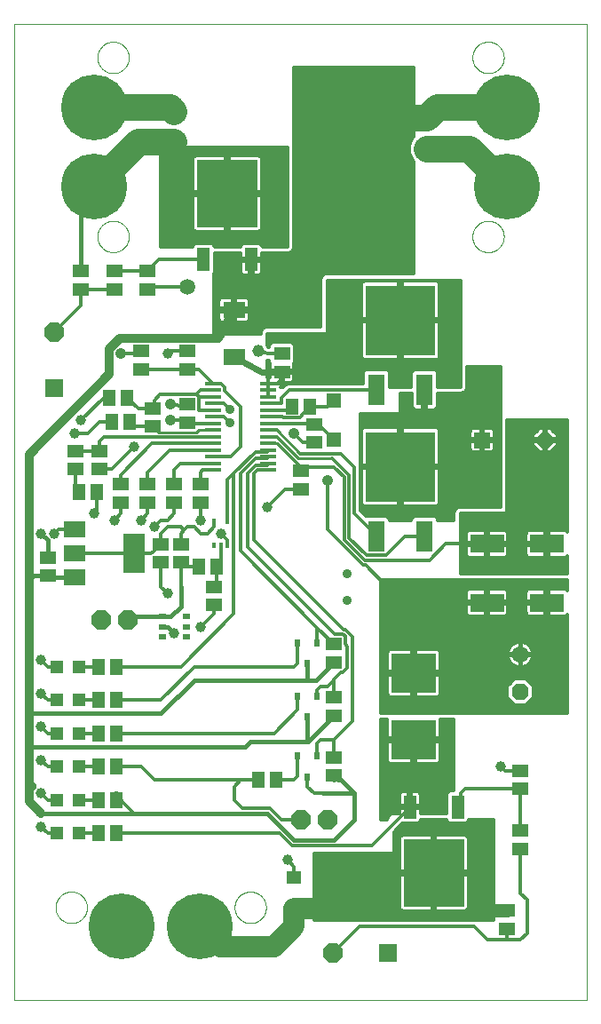
<source format=gtl>
G75*
%MOIN*%
%OFA0B0*%
%FSLAX25Y25*%
%IPPOS*%
%LPD*%
%AMOC8*
5,1,8,0,0,1.08239X$1,22.5*
%
%ADD10C,0.00000*%
%ADD11R,0.05512X0.05118*%
%ADD12R,0.08268X0.06299*%
%ADD13R,0.16700X0.15000*%
%ADD14R,0.06300X0.01400*%
%ADD15C,0.24669*%
%ADD16R,0.07087X0.07087*%
%ADD17OC8,0.07087*%
%ADD18R,0.05906X0.05118*%
%ADD19R,0.05118X0.05906*%
%ADD20OC8,0.06300*%
%ADD21C,0.06300*%
%ADD22R,0.05512X0.05512*%
%ADD23R,0.05937X0.05937*%
%ADD24OC8,0.05937*%
%ADD25R,0.04724X0.04724*%
%ADD26R,0.12598X0.07087*%
%ADD27R,0.22835X0.25197*%
%ADD28R,0.04724X0.08661*%
%ADD29C,0.03575*%
%ADD30R,0.01181X0.02362*%
%ADD31R,0.07874X0.05906*%
%ADD32R,0.07874X0.14961*%
%ADD33R,0.02362X0.03150*%
%ADD34R,0.26378X0.26378*%
%ADD35R,0.06299X0.11811*%
%ADD36R,0.03150X0.01969*%
%ADD37C,0.01200*%
%ADD38C,0.03569*%
%ADD39C,0.04159*%
%ADD40C,0.04553*%
%ADD41C,0.10000*%
%ADD42C,0.05906*%
%ADD43C,0.03962*%
%ADD44C,0.01600*%
%ADD45C,0.03200*%
%ADD46C,0.01000*%
%ADD47C,0.02400*%
%ADD48C,0.08000*%
%ADD49C,0.05000*%
D10*
X0038000Y0035500D02*
X0038000Y0401701D01*
X0252921Y0401701D01*
X0252921Y0035500D01*
X0038000Y0035500D01*
X0053500Y0070100D02*
X0053502Y0070253D01*
X0053508Y0070406D01*
X0053518Y0070559D01*
X0053532Y0070712D01*
X0053550Y0070864D01*
X0053571Y0071015D01*
X0053597Y0071166D01*
X0053627Y0071317D01*
X0053660Y0071466D01*
X0053698Y0071615D01*
X0053739Y0071762D01*
X0053784Y0071909D01*
X0053833Y0072054D01*
X0053885Y0072198D01*
X0053942Y0072340D01*
X0054002Y0072481D01*
X0054065Y0072620D01*
X0054133Y0072758D01*
X0054203Y0072894D01*
X0054278Y0073028D01*
X0054355Y0073160D01*
X0054437Y0073290D01*
X0054521Y0073418D01*
X0054609Y0073543D01*
X0054700Y0073666D01*
X0054794Y0073787D01*
X0054891Y0073905D01*
X0054992Y0074021D01*
X0055095Y0074134D01*
X0055201Y0074245D01*
X0055310Y0074352D01*
X0055422Y0074457D01*
X0055536Y0074559D01*
X0055653Y0074658D01*
X0055773Y0074753D01*
X0055895Y0074846D01*
X0056019Y0074935D01*
X0056146Y0075022D01*
X0056275Y0075104D01*
X0056406Y0075184D01*
X0056539Y0075260D01*
X0056674Y0075332D01*
X0056811Y0075401D01*
X0056949Y0075467D01*
X0057089Y0075529D01*
X0057231Y0075587D01*
X0057374Y0075641D01*
X0057519Y0075692D01*
X0057664Y0075739D01*
X0057811Y0075782D01*
X0057959Y0075821D01*
X0058108Y0075857D01*
X0058258Y0075888D01*
X0058409Y0075916D01*
X0058560Y0075940D01*
X0058712Y0075960D01*
X0058865Y0075976D01*
X0059017Y0075988D01*
X0059170Y0075996D01*
X0059323Y0076000D01*
X0059477Y0076000D01*
X0059630Y0075996D01*
X0059783Y0075988D01*
X0059935Y0075976D01*
X0060088Y0075960D01*
X0060240Y0075940D01*
X0060391Y0075916D01*
X0060542Y0075888D01*
X0060692Y0075857D01*
X0060841Y0075821D01*
X0060989Y0075782D01*
X0061136Y0075739D01*
X0061281Y0075692D01*
X0061426Y0075641D01*
X0061569Y0075587D01*
X0061711Y0075529D01*
X0061851Y0075467D01*
X0061989Y0075401D01*
X0062126Y0075332D01*
X0062261Y0075260D01*
X0062394Y0075184D01*
X0062525Y0075104D01*
X0062654Y0075022D01*
X0062781Y0074935D01*
X0062905Y0074846D01*
X0063027Y0074753D01*
X0063147Y0074658D01*
X0063264Y0074559D01*
X0063378Y0074457D01*
X0063490Y0074352D01*
X0063599Y0074245D01*
X0063705Y0074134D01*
X0063808Y0074021D01*
X0063909Y0073905D01*
X0064006Y0073787D01*
X0064100Y0073666D01*
X0064191Y0073543D01*
X0064279Y0073418D01*
X0064363Y0073290D01*
X0064445Y0073160D01*
X0064522Y0073028D01*
X0064597Y0072894D01*
X0064667Y0072758D01*
X0064735Y0072620D01*
X0064798Y0072481D01*
X0064858Y0072340D01*
X0064915Y0072198D01*
X0064967Y0072054D01*
X0065016Y0071909D01*
X0065061Y0071762D01*
X0065102Y0071615D01*
X0065140Y0071466D01*
X0065173Y0071317D01*
X0065203Y0071166D01*
X0065229Y0071015D01*
X0065250Y0070864D01*
X0065268Y0070712D01*
X0065282Y0070559D01*
X0065292Y0070406D01*
X0065298Y0070253D01*
X0065300Y0070100D01*
X0065298Y0069947D01*
X0065292Y0069794D01*
X0065282Y0069641D01*
X0065268Y0069488D01*
X0065250Y0069336D01*
X0065229Y0069185D01*
X0065203Y0069034D01*
X0065173Y0068883D01*
X0065140Y0068734D01*
X0065102Y0068585D01*
X0065061Y0068438D01*
X0065016Y0068291D01*
X0064967Y0068146D01*
X0064915Y0068002D01*
X0064858Y0067860D01*
X0064798Y0067719D01*
X0064735Y0067580D01*
X0064667Y0067442D01*
X0064597Y0067306D01*
X0064522Y0067172D01*
X0064445Y0067040D01*
X0064363Y0066910D01*
X0064279Y0066782D01*
X0064191Y0066657D01*
X0064100Y0066534D01*
X0064006Y0066413D01*
X0063909Y0066295D01*
X0063808Y0066179D01*
X0063705Y0066066D01*
X0063599Y0065955D01*
X0063490Y0065848D01*
X0063378Y0065743D01*
X0063264Y0065641D01*
X0063147Y0065542D01*
X0063027Y0065447D01*
X0062905Y0065354D01*
X0062781Y0065265D01*
X0062654Y0065178D01*
X0062525Y0065096D01*
X0062394Y0065016D01*
X0062261Y0064940D01*
X0062126Y0064868D01*
X0061989Y0064799D01*
X0061851Y0064733D01*
X0061711Y0064671D01*
X0061569Y0064613D01*
X0061426Y0064559D01*
X0061281Y0064508D01*
X0061136Y0064461D01*
X0060989Y0064418D01*
X0060841Y0064379D01*
X0060692Y0064343D01*
X0060542Y0064312D01*
X0060391Y0064284D01*
X0060240Y0064260D01*
X0060088Y0064240D01*
X0059935Y0064224D01*
X0059783Y0064212D01*
X0059630Y0064204D01*
X0059477Y0064200D01*
X0059323Y0064200D01*
X0059170Y0064204D01*
X0059017Y0064212D01*
X0058865Y0064224D01*
X0058712Y0064240D01*
X0058560Y0064260D01*
X0058409Y0064284D01*
X0058258Y0064312D01*
X0058108Y0064343D01*
X0057959Y0064379D01*
X0057811Y0064418D01*
X0057664Y0064461D01*
X0057519Y0064508D01*
X0057374Y0064559D01*
X0057231Y0064613D01*
X0057089Y0064671D01*
X0056949Y0064733D01*
X0056811Y0064799D01*
X0056674Y0064868D01*
X0056539Y0064940D01*
X0056406Y0065016D01*
X0056275Y0065096D01*
X0056146Y0065178D01*
X0056019Y0065265D01*
X0055895Y0065354D01*
X0055773Y0065447D01*
X0055653Y0065542D01*
X0055536Y0065641D01*
X0055422Y0065743D01*
X0055310Y0065848D01*
X0055201Y0065955D01*
X0055095Y0066066D01*
X0054992Y0066179D01*
X0054891Y0066295D01*
X0054794Y0066413D01*
X0054700Y0066534D01*
X0054609Y0066657D01*
X0054521Y0066782D01*
X0054437Y0066910D01*
X0054355Y0067040D01*
X0054278Y0067172D01*
X0054203Y0067306D01*
X0054133Y0067442D01*
X0054065Y0067580D01*
X0054002Y0067719D01*
X0053942Y0067860D01*
X0053885Y0068002D01*
X0053833Y0068146D01*
X0053784Y0068291D01*
X0053739Y0068438D01*
X0053698Y0068585D01*
X0053660Y0068734D01*
X0053627Y0068883D01*
X0053597Y0069034D01*
X0053571Y0069185D01*
X0053550Y0069336D01*
X0053532Y0069488D01*
X0053518Y0069641D01*
X0053508Y0069794D01*
X0053502Y0069947D01*
X0053500Y0070100D01*
X0120700Y0070100D02*
X0120702Y0070253D01*
X0120708Y0070406D01*
X0120718Y0070559D01*
X0120732Y0070712D01*
X0120750Y0070864D01*
X0120771Y0071015D01*
X0120797Y0071166D01*
X0120827Y0071317D01*
X0120860Y0071466D01*
X0120898Y0071615D01*
X0120939Y0071762D01*
X0120984Y0071909D01*
X0121033Y0072054D01*
X0121085Y0072198D01*
X0121142Y0072340D01*
X0121202Y0072481D01*
X0121265Y0072620D01*
X0121333Y0072758D01*
X0121403Y0072894D01*
X0121478Y0073028D01*
X0121555Y0073160D01*
X0121637Y0073290D01*
X0121721Y0073418D01*
X0121809Y0073543D01*
X0121900Y0073666D01*
X0121994Y0073787D01*
X0122091Y0073905D01*
X0122192Y0074021D01*
X0122295Y0074134D01*
X0122401Y0074245D01*
X0122510Y0074352D01*
X0122622Y0074457D01*
X0122736Y0074559D01*
X0122853Y0074658D01*
X0122973Y0074753D01*
X0123095Y0074846D01*
X0123219Y0074935D01*
X0123346Y0075022D01*
X0123475Y0075104D01*
X0123606Y0075184D01*
X0123739Y0075260D01*
X0123874Y0075332D01*
X0124011Y0075401D01*
X0124149Y0075467D01*
X0124289Y0075529D01*
X0124431Y0075587D01*
X0124574Y0075641D01*
X0124719Y0075692D01*
X0124864Y0075739D01*
X0125011Y0075782D01*
X0125159Y0075821D01*
X0125308Y0075857D01*
X0125458Y0075888D01*
X0125609Y0075916D01*
X0125760Y0075940D01*
X0125912Y0075960D01*
X0126065Y0075976D01*
X0126217Y0075988D01*
X0126370Y0075996D01*
X0126523Y0076000D01*
X0126677Y0076000D01*
X0126830Y0075996D01*
X0126983Y0075988D01*
X0127135Y0075976D01*
X0127288Y0075960D01*
X0127440Y0075940D01*
X0127591Y0075916D01*
X0127742Y0075888D01*
X0127892Y0075857D01*
X0128041Y0075821D01*
X0128189Y0075782D01*
X0128336Y0075739D01*
X0128481Y0075692D01*
X0128626Y0075641D01*
X0128769Y0075587D01*
X0128911Y0075529D01*
X0129051Y0075467D01*
X0129189Y0075401D01*
X0129326Y0075332D01*
X0129461Y0075260D01*
X0129594Y0075184D01*
X0129725Y0075104D01*
X0129854Y0075022D01*
X0129981Y0074935D01*
X0130105Y0074846D01*
X0130227Y0074753D01*
X0130347Y0074658D01*
X0130464Y0074559D01*
X0130578Y0074457D01*
X0130690Y0074352D01*
X0130799Y0074245D01*
X0130905Y0074134D01*
X0131008Y0074021D01*
X0131109Y0073905D01*
X0131206Y0073787D01*
X0131300Y0073666D01*
X0131391Y0073543D01*
X0131479Y0073418D01*
X0131563Y0073290D01*
X0131645Y0073160D01*
X0131722Y0073028D01*
X0131797Y0072894D01*
X0131867Y0072758D01*
X0131935Y0072620D01*
X0131998Y0072481D01*
X0132058Y0072340D01*
X0132115Y0072198D01*
X0132167Y0072054D01*
X0132216Y0071909D01*
X0132261Y0071762D01*
X0132302Y0071615D01*
X0132340Y0071466D01*
X0132373Y0071317D01*
X0132403Y0071166D01*
X0132429Y0071015D01*
X0132450Y0070864D01*
X0132468Y0070712D01*
X0132482Y0070559D01*
X0132492Y0070406D01*
X0132498Y0070253D01*
X0132500Y0070100D01*
X0132498Y0069947D01*
X0132492Y0069794D01*
X0132482Y0069641D01*
X0132468Y0069488D01*
X0132450Y0069336D01*
X0132429Y0069185D01*
X0132403Y0069034D01*
X0132373Y0068883D01*
X0132340Y0068734D01*
X0132302Y0068585D01*
X0132261Y0068438D01*
X0132216Y0068291D01*
X0132167Y0068146D01*
X0132115Y0068002D01*
X0132058Y0067860D01*
X0131998Y0067719D01*
X0131935Y0067580D01*
X0131867Y0067442D01*
X0131797Y0067306D01*
X0131722Y0067172D01*
X0131645Y0067040D01*
X0131563Y0066910D01*
X0131479Y0066782D01*
X0131391Y0066657D01*
X0131300Y0066534D01*
X0131206Y0066413D01*
X0131109Y0066295D01*
X0131008Y0066179D01*
X0130905Y0066066D01*
X0130799Y0065955D01*
X0130690Y0065848D01*
X0130578Y0065743D01*
X0130464Y0065641D01*
X0130347Y0065542D01*
X0130227Y0065447D01*
X0130105Y0065354D01*
X0129981Y0065265D01*
X0129854Y0065178D01*
X0129725Y0065096D01*
X0129594Y0065016D01*
X0129461Y0064940D01*
X0129326Y0064868D01*
X0129189Y0064799D01*
X0129051Y0064733D01*
X0128911Y0064671D01*
X0128769Y0064613D01*
X0128626Y0064559D01*
X0128481Y0064508D01*
X0128336Y0064461D01*
X0128189Y0064418D01*
X0128041Y0064379D01*
X0127892Y0064343D01*
X0127742Y0064312D01*
X0127591Y0064284D01*
X0127440Y0064260D01*
X0127288Y0064240D01*
X0127135Y0064224D01*
X0126983Y0064212D01*
X0126830Y0064204D01*
X0126677Y0064200D01*
X0126523Y0064200D01*
X0126370Y0064204D01*
X0126217Y0064212D01*
X0126065Y0064224D01*
X0125912Y0064240D01*
X0125760Y0064260D01*
X0125609Y0064284D01*
X0125458Y0064312D01*
X0125308Y0064343D01*
X0125159Y0064379D01*
X0125011Y0064418D01*
X0124864Y0064461D01*
X0124719Y0064508D01*
X0124574Y0064559D01*
X0124431Y0064613D01*
X0124289Y0064671D01*
X0124149Y0064733D01*
X0124011Y0064799D01*
X0123874Y0064868D01*
X0123739Y0064940D01*
X0123606Y0065016D01*
X0123475Y0065096D01*
X0123346Y0065178D01*
X0123219Y0065265D01*
X0123095Y0065354D01*
X0122973Y0065447D01*
X0122853Y0065542D01*
X0122736Y0065641D01*
X0122622Y0065743D01*
X0122510Y0065848D01*
X0122401Y0065955D01*
X0122295Y0066066D01*
X0122192Y0066179D01*
X0122091Y0066295D01*
X0121994Y0066413D01*
X0121900Y0066534D01*
X0121809Y0066657D01*
X0121721Y0066782D01*
X0121637Y0066910D01*
X0121555Y0067040D01*
X0121478Y0067172D01*
X0121403Y0067306D01*
X0121333Y0067442D01*
X0121265Y0067580D01*
X0121202Y0067719D01*
X0121142Y0067860D01*
X0121085Y0068002D01*
X0121033Y0068146D01*
X0120984Y0068291D01*
X0120939Y0068438D01*
X0120898Y0068585D01*
X0120860Y0068734D01*
X0120827Y0068883D01*
X0120797Y0069034D01*
X0120771Y0069185D01*
X0120750Y0069336D01*
X0120732Y0069488D01*
X0120718Y0069641D01*
X0120708Y0069794D01*
X0120702Y0069947D01*
X0120700Y0070100D01*
X0069200Y0321900D02*
X0069202Y0322053D01*
X0069208Y0322206D01*
X0069218Y0322359D01*
X0069232Y0322512D01*
X0069250Y0322664D01*
X0069271Y0322815D01*
X0069297Y0322966D01*
X0069327Y0323117D01*
X0069360Y0323266D01*
X0069398Y0323415D01*
X0069439Y0323562D01*
X0069484Y0323709D01*
X0069533Y0323854D01*
X0069585Y0323998D01*
X0069642Y0324140D01*
X0069702Y0324281D01*
X0069765Y0324420D01*
X0069833Y0324558D01*
X0069903Y0324694D01*
X0069978Y0324828D01*
X0070055Y0324960D01*
X0070137Y0325090D01*
X0070221Y0325218D01*
X0070309Y0325343D01*
X0070400Y0325466D01*
X0070494Y0325587D01*
X0070591Y0325705D01*
X0070692Y0325821D01*
X0070795Y0325934D01*
X0070901Y0326045D01*
X0071010Y0326152D01*
X0071122Y0326257D01*
X0071236Y0326359D01*
X0071353Y0326458D01*
X0071473Y0326553D01*
X0071595Y0326646D01*
X0071719Y0326735D01*
X0071846Y0326822D01*
X0071975Y0326904D01*
X0072106Y0326984D01*
X0072239Y0327060D01*
X0072374Y0327132D01*
X0072511Y0327201D01*
X0072649Y0327267D01*
X0072789Y0327329D01*
X0072931Y0327387D01*
X0073074Y0327441D01*
X0073219Y0327492D01*
X0073364Y0327539D01*
X0073511Y0327582D01*
X0073659Y0327621D01*
X0073808Y0327657D01*
X0073958Y0327688D01*
X0074109Y0327716D01*
X0074260Y0327740D01*
X0074412Y0327760D01*
X0074565Y0327776D01*
X0074717Y0327788D01*
X0074870Y0327796D01*
X0075023Y0327800D01*
X0075177Y0327800D01*
X0075330Y0327796D01*
X0075483Y0327788D01*
X0075635Y0327776D01*
X0075788Y0327760D01*
X0075940Y0327740D01*
X0076091Y0327716D01*
X0076242Y0327688D01*
X0076392Y0327657D01*
X0076541Y0327621D01*
X0076689Y0327582D01*
X0076836Y0327539D01*
X0076981Y0327492D01*
X0077126Y0327441D01*
X0077269Y0327387D01*
X0077411Y0327329D01*
X0077551Y0327267D01*
X0077689Y0327201D01*
X0077826Y0327132D01*
X0077961Y0327060D01*
X0078094Y0326984D01*
X0078225Y0326904D01*
X0078354Y0326822D01*
X0078481Y0326735D01*
X0078605Y0326646D01*
X0078727Y0326553D01*
X0078847Y0326458D01*
X0078964Y0326359D01*
X0079078Y0326257D01*
X0079190Y0326152D01*
X0079299Y0326045D01*
X0079405Y0325934D01*
X0079508Y0325821D01*
X0079609Y0325705D01*
X0079706Y0325587D01*
X0079800Y0325466D01*
X0079891Y0325343D01*
X0079979Y0325218D01*
X0080063Y0325090D01*
X0080145Y0324960D01*
X0080222Y0324828D01*
X0080297Y0324694D01*
X0080367Y0324558D01*
X0080435Y0324420D01*
X0080498Y0324281D01*
X0080558Y0324140D01*
X0080615Y0323998D01*
X0080667Y0323854D01*
X0080716Y0323709D01*
X0080761Y0323562D01*
X0080802Y0323415D01*
X0080840Y0323266D01*
X0080873Y0323117D01*
X0080903Y0322966D01*
X0080929Y0322815D01*
X0080950Y0322664D01*
X0080968Y0322512D01*
X0080982Y0322359D01*
X0080992Y0322206D01*
X0080998Y0322053D01*
X0081000Y0321900D01*
X0080998Y0321747D01*
X0080992Y0321594D01*
X0080982Y0321441D01*
X0080968Y0321288D01*
X0080950Y0321136D01*
X0080929Y0320985D01*
X0080903Y0320834D01*
X0080873Y0320683D01*
X0080840Y0320534D01*
X0080802Y0320385D01*
X0080761Y0320238D01*
X0080716Y0320091D01*
X0080667Y0319946D01*
X0080615Y0319802D01*
X0080558Y0319660D01*
X0080498Y0319519D01*
X0080435Y0319380D01*
X0080367Y0319242D01*
X0080297Y0319106D01*
X0080222Y0318972D01*
X0080145Y0318840D01*
X0080063Y0318710D01*
X0079979Y0318582D01*
X0079891Y0318457D01*
X0079800Y0318334D01*
X0079706Y0318213D01*
X0079609Y0318095D01*
X0079508Y0317979D01*
X0079405Y0317866D01*
X0079299Y0317755D01*
X0079190Y0317648D01*
X0079078Y0317543D01*
X0078964Y0317441D01*
X0078847Y0317342D01*
X0078727Y0317247D01*
X0078605Y0317154D01*
X0078481Y0317065D01*
X0078354Y0316978D01*
X0078225Y0316896D01*
X0078094Y0316816D01*
X0077961Y0316740D01*
X0077826Y0316668D01*
X0077689Y0316599D01*
X0077551Y0316533D01*
X0077411Y0316471D01*
X0077269Y0316413D01*
X0077126Y0316359D01*
X0076981Y0316308D01*
X0076836Y0316261D01*
X0076689Y0316218D01*
X0076541Y0316179D01*
X0076392Y0316143D01*
X0076242Y0316112D01*
X0076091Y0316084D01*
X0075940Y0316060D01*
X0075788Y0316040D01*
X0075635Y0316024D01*
X0075483Y0316012D01*
X0075330Y0316004D01*
X0075177Y0316000D01*
X0075023Y0316000D01*
X0074870Y0316004D01*
X0074717Y0316012D01*
X0074565Y0316024D01*
X0074412Y0316040D01*
X0074260Y0316060D01*
X0074109Y0316084D01*
X0073958Y0316112D01*
X0073808Y0316143D01*
X0073659Y0316179D01*
X0073511Y0316218D01*
X0073364Y0316261D01*
X0073219Y0316308D01*
X0073074Y0316359D01*
X0072931Y0316413D01*
X0072789Y0316471D01*
X0072649Y0316533D01*
X0072511Y0316599D01*
X0072374Y0316668D01*
X0072239Y0316740D01*
X0072106Y0316816D01*
X0071975Y0316896D01*
X0071846Y0316978D01*
X0071719Y0317065D01*
X0071595Y0317154D01*
X0071473Y0317247D01*
X0071353Y0317342D01*
X0071236Y0317441D01*
X0071122Y0317543D01*
X0071010Y0317648D01*
X0070901Y0317755D01*
X0070795Y0317866D01*
X0070692Y0317979D01*
X0070591Y0318095D01*
X0070494Y0318213D01*
X0070400Y0318334D01*
X0070309Y0318457D01*
X0070221Y0318582D01*
X0070137Y0318710D01*
X0070055Y0318840D01*
X0069978Y0318972D01*
X0069903Y0319106D01*
X0069833Y0319242D01*
X0069765Y0319380D01*
X0069702Y0319519D01*
X0069642Y0319660D01*
X0069585Y0319802D01*
X0069533Y0319946D01*
X0069484Y0320091D01*
X0069439Y0320238D01*
X0069398Y0320385D01*
X0069360Y0320534D01*
X0069327Y0320683D01*
X0069297Y0320834D01*
X0069271Y0320985D01*
X0069250Y0321136D01*
X0069232Y0321288D01*
X0069218Y0321441D01*
X0069208Y0321594D01*
X0069202Y0321747D01*
X0069200Y0321900D01*
X0069200Y0389100D02*
X0069202Y0389253D01*
X0069208Y0389406D01*
X0069218Y0389559D01*
X0069232Y0389712D01*
X0069250Y0389864D01*
X0069271Y0390015D01*
X0069297Y0390166D01*
X0069327Y0390317D01*
X0069360Y0390466D01*
X0069398Y0390615D01*
X0069439Y0390762D01*
X0069484Y0390909D01*
X0069533Y0391054D01*
X0069585Y0391198D01*
X0069642Y0391340D01*
X0069702Y0391481D01*
X0069765Y0391620D01*
X0069833Y0391758D01*
X0069903Y0391894D01*
X0069978Y0392028D01*
X0070055Y0392160D01*
X0070137Y0392290D01*
X0070221Y0392418D01*
X0070309Y0392543D01*
X0070400Y0392666D01*
X0070494Y0392787D01*
X0070591Y0392905D01*
X0070692Y0393021D01*
X0070795Y0393134D01*
X0070901Y0393245D01*
X0071010Y0393352D01*
X0071122Y0393457D01*
X0071236Y0393559D01*
X0071353Y0393658D01*
X0071473Y0393753D01*
X0071595Y0393846D01*
X0071719Y0393935D01*
X0071846Y0394022D01*
X0071975Y0394104D01*
X0072106Y0394184D01*
X0072239Y0394260D01*
X0072374Y0394332D01*
X0072511Y0394401D01*
X0072649Y0394467D01*
X0072789Y0394529D01*
X0072931Y0394587D01*
X0073074Y0394641D01*
X0073219Y0394692D01*
X0073364Y0394739D01*
X0073511Y0394782D01*
X0073659Y0394821D01*
X0073808Y0394857D01*
X0073958Y0394888D01*
X0074109Y0394916D01*
X0074260Y0394940D01*
X0074412Y0394960D01*
X0074565Y0394976D01*
X0074717Y0394988D01*
X0074870Y0394996D01*
X0075023Y0395000D01*
X0075177Y0395000D01*
X0075330Y0394996D01*
X0075483Y0394988D01*
X0075635Y0394976D01*
X0075788Y0394960D01*
X0075940Y0394940D01*
X0076091Y0394916D01*
X0076242Y0394888D01*
X0076392Y0394857D01*
X0076541Y0394821D01*
X0076689Y0394782D01*
X0076836Y0394739D01*
X0076981Y0394692D01*
X0077126Y0394641D01*
X0077269Y0394587D01*
X0077411Y0394529D01*
X0077551Y0394467D01*
X0077689Y0394401D01*
X0077826Y0394332D01*
X0077961Y0394260D01*
X0078094Y0394184D01*
X0078225Y0394104D01*
X0078354Y0394022D01*
X0078481Y0393935D01*
X0078605Y0393846D01*
X0078727Y0393753D01*
X0078847Y0393658D01*
X0078964Y0393559D01*
X0079078Y0393457D01*
X0079190Y0393352D01*
X0079299Y0393245D01*
X0079405Y0393134D01*
X0079508Y0393021D01*
X0079609Y0392905D01*
X0079706Y0392787D01*
X0079800Y0392666D01*
X0079891Y0392543D01*
X0079979Y0392418D01*
X0080063Y0392290D01*
X0080145Y0392160D01*
X0080222Y0392028D01*
X0080297Y0391894D01*
X0080367Y0391758D01*
X0080435Y0391620D01*
X0080498Y0391481D01*
X0080558Y0391340D01*
X0080615Y0391198D01*
X0080667Y0391054D01*
X0080716Y0390909D01*
X0080761Y0390762D01*
X0080802Y0390615D01*
X0080840Y0390466D01*
X0080873Y0390317D01*
X0080903Y0390166D01*
X0080929Y0390015D01*
X0080950Y0389864D01*
X0080968Y0389712D01*
X0080982Y0389559D01*
X0080992Y0389406D01*
X0080998Y0389253D01*
X0081000Y0389100D01*
X0080998Y0388947D01*
X0080992Y0388794D01*
X0080982Y0388641D01*
X0080968Y0388488D01*
X0080950Y0388336D01*
X0080929Y0388185D01*
X0080903Y0388034D01*
X0080873Y0387883D01*
X0080840Y0387734D01*
X0080802Y0387585D01*
X0080761Y0387438D01*
X0080716Y0387291D01*
X0080667Y0387146D01*
X0080615Y0387002D01*
X0080558Y0386860D01*
X0080498Y0386719D01*
X0080435Y0386580D01*
X0080367Y0386442D01*
X0080297Y0386306D01*
X0080222Y0386172D01*
X0080145Y0386040D01*
X0080063Y0385910D01*
X0079979Y0385782D01*
X0079891Y0385657D01*
X0079800Y0385534D01*
X0079706Y0385413D01*
X0079609Y0385295D01*
X0079508Y0385179D01*
X0079405Y0385066D01*
X0079299Y0384955D01*
X0079190Y0384848D01*
X0079078Y0384743D01*
X0078964Y0384641D01*
X0078847Y0384542D01*
X0078727Y0384447D01*
X0078605Y0384354D01*
X0078481Y0384265D01*
X0078354Y0384178D01*
X0078225Y0384096D01*
X0078094Y0384016D01*
X0077961Y0383940D01*
X0077826Y0383868D01*
X0077689Y0383799D01*
X0077551Y0383733D01*
X0077411Y0383671D01*
X0077269Y0383613D01*
X0077126Y0383559D01*
X0076981Y0383508D01*
X0076836Y0383461D01*
X0076689Y0383418D01*
X0076541Y0383379D01*
X0076392Y0383343D01*
X0076242Y0383312D01*
X0076091Y0383284D01*
X0075940Y0383260D01*
X0075788Y0383240D01*
X0075635Y0383224D01*
X0075483Y0383212D01*
X0075330Y0383204D01*
X0075177Y0383200D01*
X0075023Y0383200D01*
X0074870Y0383204D01*
X0074717Y0383212D01*
X0074565Y0383224D01*
X0074412Y0383240D01*
X0074260Y0383260D01*
X0074109Y0383284D01*
X0073958Y0383312D01*
X0073808Y0383343D01*
X0073659Y0383379D01*
X0073511Y0383418D01*
X0073364Y0383461D01*
X0073219Y0383508D01*
X0073074Y0383559D01*
X0072931Y0383613D01*
X0072789Y0383671D01*
X0072649Y0383733D01*
X0072511Y0383799D01*
X0072374Y0383868D01*
X0072239Y0383940D01*
X0072106Y0384016D01*
X0071975Y0384096D01*
X0071846Y0384178D01*
X0071719Y0384265D01*
X0071595Y0384354D01*
X0071473Y0384447D01*
X0071353Y0384542D01*
X0071236Y0384641D01*
X0071122Y0384743D01*
X0071010Y0384848D01*
X0070901Y0384955D01*
X0070795Y0385066D01*
X0070692Y0385179D01*
X0070591Y0385295D01*
X0070494Y0385413D01*
X0070400Y0385534D01*
X0070309Y0385657D01*
X0070221Y0385782D01*
X0070137Y0385910D01*
X0070055Y0386040D01*
X0069978Y0386172D01*
X0069903Y0386306D01*
X0069833Y0386442D01*
X0069765Y0386580D01*
X0069702Y0386719D01*
X0069642Y0386860D01*
X0069585Y0387002D01*
X0069533Y0387146D01*
X0069484Y0387291D01*
X0069439Y0387438D01*
X0069398Y0387585D01*
X0069360Y0387734D01*
X0069327Y0387883D01*
X0069297Y0388034D01*
X0069271Y0388185D01*
X0069250Y0388336D01*
X0069232Y0388488D01*
X0069218Y0388641D01*
X0069208Y0388794D01*
X0069202Y0388947D01*
X0069200Y0389100D01*
X0210000Y0389100D02*
X0210002Y0389253D01*
X0210008Y0389406D01*
X0210018Y0389559D01*
X0210032Y0389712D01*
X0210050Y0389864D01*
X0210071Y0390015D01*
X0210097Y0390166D01*
X0210127Y0390317D01*
X0210160Y0390466D01*
X0210198Y0390615D01*
X0210239Y0390762D01*
X0210284Y0390909D01*
X0210333Y0391054D01*
X0210385Y0391198D01*
X0210442Y0391340D01*
X0210502Y0391481D01*
X0210565Y0391620D01*
X0210633Y0391758D01*
X0210703Y0391894D01*
X0210778Y0392028D01*
X0210855Y0392160D01*
X0210937Y0392290D01*
X0211021Y0392418D01*
X0211109Y0392543D01*
X0211200Y0392666D01*
X0211294Y0392787D01*
X0211391Y0392905D01*
X0211492Y0393021D01*
X0211595Y0393134D01*
X0211701Y0393245D01*
X0211810Y0393352D01*
X0211922Y0393457D01*
X0212036Y0393559D01*
X0212153Y0393658D01*
X0212273Y0393753D01*
X0212395Y0393846D01*
X0212519Y0393935D01*
X0212646Y0394022D01*
X0212775Y0394104D01*
X0212906Y0394184D01*
X0213039Y0394260D01*
X0213174Y0394332D01*
X0213311Y0394401D01*
X0213449Y0394467D01*
X0213589Y0394529D01*
X0213731Y0394587D01*
X0213874Y0394641D01*
X0214019Y0394692D01*
X0214164Y0394739D01*
X0214311Y0394782D01*
X0214459Y0394821D01*
X0214608Y0394857D01*
X0214758Y0394888D01*
X0214909Y0394916D01*
X0215060Y0394940D01*
X0215212Y0394960D01*
X0215365Y0394976D01*
X0215517Y0394988D01*
X0215670Y0394996D01*
X0215823Y0395000D01*
X0215977Y0395000D01*
X0216130Y0394996D01*
X0216283Y0394988D01*
X0216435Y0394976D01*
X0216588Y0394960D01*
X0216740Y0394940D01*
X0216891Y0394916D01*
X0217042Y0394888D01*
X0217192Y0394857D01*
X0217341Y0394821D01*
X0217489Y0394782D01*
X0217636Y0394739D01*
X0217781Y0394692D01*
X0217926Y0394641D01*
X0218069Y0394587D01*
X0218211Y0394529D01*
X0218351Y0394467D01*
X0218489Y0394401D01*
X0218626Y0394332D01*
X0218761Y0394260D01*
X0218894Y0394184D01*
X0219025Y0394104D01*
X0219154Y0394022D01*
X0219281Y0393935D01*
X0219405Y0393846D01*
X0219527Y0393753D01*
X0219647Y0393658D01*
X0219764Y0393559D01*
X0219878Y0393457D01*
X0219990Y0393352D01*
X0220099Y0393245D01*
X0220205Y0393134D01*
X0220308Y0393021D01*
X0220409Y0392905D01*
X0220506Y0392787D01*
X0220600Y0392666D01*
X0220691Y0392543D01*
X0220779Y0392418D01*
X0220863Y0392290D01*
X0220945Y0392160D01*
X0221022Y0392028D01*
X0221097Y0391894D01*
X0221167Y0391758D01*
X0221235Y0391620D01*
X0221298Y0391481D01*
X0221358Y0391340D01*
X0221415Y0391198D01*
X0221467Y0391054D01*
X0221516Y0390909D01*
X0221561Y0390762D01*
X0221602Y0390615D01*
X0221640Y0390466D01*
X0221673Y0390317D01*
X0221703Y0390166D01*
X0221729Y0390015D01*
X0221750Y0389864D01*
X0221768Y0389712D01*
X0221782Y0389559D01*
X0221792Y0389406D01*
X0221798Y0389253D01*
X0221800Y0389100D01*
X0221798Y0388947D01*
X0221792Y0388794D01*
X0221782Y0388641D01*
X0221768Y0388488D01*
X0221750Y0388336D01*
X0221729Y0388185D01*
X0221703Y0388034D01*
X0221673Y0387883D01*
X0221640Y0387734D01*
X0221602Y0387585D01*
X0221561Y0387438D01*
X0221516Y0387291D01*
X0221467Y0387146D01*
X0221415Y0387002D01*
X0221358Y0386860D01*
X0221298Y0386719D01*
X0221235Y0386580D01*
X0221167Y0386442D01*
X0221097Y0386306D01*
X0221022Y0386172D01*
X0220945Y0386040D01*
X0220863Y0385910D01*
X0220779Y0385782D01*
X0220691Y0385657D01*
X0220600Y0385534D01*
X0220506Y0385413D01*
X0220409Y0385295D01*
X0220308Y0385179D01*
X0220205Y0385066D01*
X0220099Y0384955D01*
X0219990Y0384848D01*
X0219878Y0384743D01*
X0219764Y0384641D01*
X0219647Y0384542D01*
X0219527Y0384447D01*
X0219405Y0384354D01*
X0219281Y0384265D01*
X0219154Y0384178D01*
X0219025Y0384096D01*
X0218894Y0384016D01*
X0218761Y0383940D01*
X0218626Y0383868D01*
X0218489Y0383799D01*
X0218351Y0383733D01*
X0218211Y0383671D01*
X0218069Y0383613D01*
X0217926Y0383559D01*
X0217781Y0383508D01*
X0217636Y0383461D01*
X0217489Y0383418D01*
X0217341Y0383379D01*
X0217192Y0383343D01*
X0217042Y0383312D01*
X0216891Y0383284D01*
X0216740Y0383260D01*
X0216588Y0383240D01*
X0216435Y0383224D01*
X0216283Y0383212D01*
X0216130Y0383204D01*
X0215977Y0383200D01*
X0215823Y0383200D01*
X0215670Y0383204D01*
X0215517Y0383212D01*
X0215365Y0383224D01*
X0215212Y0383240D01*
X0215060Y0383260D01*
X0214909Y0383284D01*
X0214758Y0383312D01*
X0214608Y0383343D01*
X0214459Y0383379D01*
X0214311Y0383418D01*
X0214164Y0383461D01*
X0214019Y0383508D01*
X0213874Y0383559D01*
X0213731Y0383613D01*
X0213589Y0383671D01*
X0213449Y0383733D01*
X0213311Y0383799D01*
X0213174Y0383868D01*
X0213039Y0383940D01*
X0212906Y0384016D01*
X0212775Y0384096D01*
X0212646Y0384178D01*
X0212519Y0384265D01*
X0212395Y0384354D01*
X0212273Y0384447D01*
X0212153Y0384542D01*
X0212036Y0384641D01*
X0211922Y0384743D01*
X0211810Y0384848D01*
X0211701Y0384955D01*
X0211595Y0385066D01*
X0211492Y0385179D01*
X0211391Y0385295D01*
X0211294Y0385413D01*
X0211200Y0385534D01*
X0211109Y0385657D01*
X0211021Y0385782D01*
X0210937Y0385910D01*
X0210855Y0386040D01*
X0210778Y0386172D01*
X0210703Y0386306D01*
X0210633Y0386442D01*
X0210565Y0386580D01*
X0210502Y0386719D01*
X0210442Y0386860D01*
X0210385Y0387002D01*
X0210333Y0387146D01*
X0210284Y0387291D01*
X0210239Y0387438D01*
X0210198Y0387585D01*
X0210160Y0387734D01*
X0210127Y0387883D01*
X0210097Y0388034D01*
X0210071Y0388185D01*
X0210050Y0388336D01*
X0210032Y0388488D01*
X0210018Y0388641D01*
X0210008Y0388794D01*
X0210002Y0388947D01*
X0210000Y0389100D01*
X0210000Y0321900D02*
X0210002Y0322053D01*
X0210008Y0322206D01*
X0210018Y0322359D01*
X0210032Y0322512D01*
X0210050Y0322664D01*
X0210071Y0322815D01*
X0210097Y0322966D01*
X0210127Y0323117D01*
X0210160Y0323266D01*
X0210198Y0323415D01*
X0210239Y0323562D01*
X0210284Y0323709D01*
X0210333Y0323854D01*
X0210385Y0323998D01*
X0210442Y0324140D01*
X0210502Y0324281D01*
X0210565Y0324420D01*
X0210633Y0324558D01*
X0210703Y0324694D01*
X0210778Y0324828D01*
X0210855Y0324960D01*
X0210937Y0325090D01*
X0211021Y0325218D01*
X0211109Y0325343D01*
X0211200Y0325466D01*
X0211294Y0325587D01*
X0211391Y0325705D01*
X0211492Y0325821D01*
X0211595Y0325934D01*
X0211701Y0326045D01*
X0211810Y0326152D01*
X0211922Y0326257D01*
X0212036Y0326359D01*
X0212153Y0326458D01*
X0212273Y0326553D01*
X0212395Y0326646D01*
X0212519Y0326735D01*
X0212646Y0326822D01*
X0212775Y0326904D01*
X0212906Y0326984D01*
X0213039Y0327060D01*
X0213174Y0327132D01*
X0213311Y0327201D01*
X0213449Y0327267D01*
X0213589Y0327329D01*
X0213731Y0327387D01*
X0213874Y0327441D01*
X0214019Y0327492D01*
X0214164Y0327539D01*
X0214311Y0327582D01*
X0214459Y0327621D01*
X0214608Y0327657D01*
X0214758Y0327688D01*
X0214909Y0327716D01*
X0215060Y0327740D01*
X0215212Y0327760D01*
X0215365Y0327776D01*
X0215517Y0327788D01*
X0215670Y0327796D01*
X0215823Y0327800D01*
X0215977Y0327800D01*
X0216130Y0327796D01*
X0216283Y0327788D01*
X0216435Y0327776D01*
X0216588Y0327760D01*
X0216740Y0327740D01*
X0216891Y0327716D01*
X0217042Y0327688D01*
X0217192Y0327657D01*
X0217341Y0327621D01*
X0217489Y0327582D01*
X0217636Y0327539D01*
X0217781Y0327492D01*
X0217926Y0327441D01*
X0218069Y0327387D01*
X0218211Y0327329D01*
X0218351Y0327267D01*
X0218489Y0327201D01*
X0218626Y0327132D01*
X0218761Y0327060D01*
X0218894Y0326984D01*
X0219025Y0326904D01*
X0219154Y0326822D01*
X0219281Y0326735D01*
X0219405Y0326646D01*
X0219527Y0326553D01*
X0219647Y0326458D01*
X0219764Y0326359D01*
X0219878Y0326257D01*
X0219990Y0326152D01*
X0220099Y0326045D01*
X0220205Y0325934D01*
X0220308Y0325821D01*
X0220409Y0325705D01*
X0220506Y0325587D01*
X0220600Y0325466D01*
X0220691Y0325343D01*
X0220779Y0325218D01*
X0220863Y0325090D01*
X0220945Y0324960D01*
X0221022Y0324828D01*
X0221097Y0324694D01*
X0221167Y0324558D01*
X0221235Y0324420D01*
X0221298Y0324281D01*
X0221358Y0324140D01*
X0221415Y0323998D01*
X0221467Y0323854D01*
X0221516Y0323709D01*
X0221561Y0323562D01*
X0221602Y0323415D01*
X0221640Y0323266D01*
X0221673Y0323117D01*
X0221703Y0322966D01*
X0221729Y0322815D01*
X0221750Y0322664D01*
X0221768Y0322512D01*
X0221782Y0322359D01*
X0221792Y0322206D01*
X0221798Y0322053D01*
X0221800Y0321900D01*
X0221798Y0321747D01*
X0221792Y0321594D01*
X0221782Y0321441D01*
X0221768Y0321288D01*
X0221750Y0321136D01*
X0221729Y0320985D01*
X0221703Y0320834D01*
X0221673Y0320683D01*
X0221640Y0320534D01*
X0221602Y0320385D01*
X0221561Y0320238D01*
X0221516Y0320091D01*
X0221467Y0319946D01*
X0221415Y0319802D01*
X0221358Y0319660D01*
X0221298Y0319519D01*
X0221235Y0319380D01*
X0221167Y0319242D01*
X0221097Y0319106D01*
X0221022Y0318972D01*
X0220945Y0318840D01*
X0220863Y0318710D01*
X0220779Y0318582D01*
X0220691Y0318457D01*
X0220600Y0318334D01*
X0220506Y0318213D01*
X0220409Y0318095D01*
X0220308Y0317979D01*
X0220205Y0317866D01*
X0220099Y0317755D01*
X0219990Y0317648D01*
X0219878Y0317543D01*
X0219764Y0317441D01*
X0219647Y0317342D01*
X0219527Y0317247D01*
X0219405Y0317154D01*
X0219281Y0317065D01*
X0219154Y0316978D01*
X0219025Y0316896D01*
X0218894Y0316816D01*
X0218761Y0316740D01*
X0218626Y0316668D01*
X0218489Y0316599D01*
X0218351Y0316533D01*
X0218211Y0316471D01*
X0218069Y0316413D01*
X0217926Y0316359D01*
X0217781Y0316308D01*
X0217636Y0316261D01*
X0217489Y0316218D01*
X0217341Y0316179D01*
X0217192Y0316143D01*
X0217042Y0316112D01*
X0216891Y0316084D01*
X0216740Y0316060D01*
X0216588Y0316040D01*
X0216435Y0316024D01*
X0216283Y0316012D01*
X0216130Y0316004D01*
X0215977Y0316000D01*
X0215823Y0316000D01*
X0215670Y0316004D01*
X0215517Y0316012D01*
X0215365Y0316024D01*
X0215212Y0316040D01*
X0215060Y0316060D01*
X0214909Y0316084D01*
X0214758Y0316112D01*
X0214608Y0316143D01*
X0214459Y0316179D01*
X0214311Y0316218D01*
X0214164Y0316261D01*
X0214019Y0316308D01*
X0213874Y0316359D01*
X0213731Y0316413D01*
X0213589Y0316471D01*
X0213449Y0316533D01*
X0213311Y0316599D01*
X0213174Y0316668D01*
X0213039Y0316740D01*
X0212906Y0316816D01*
X0212775Y0316896D01*
X0212646Y0316978D01*
X0212519Y0317065D01*
X0212395Y0317154D01*
X0212273Y0317247D01*
X0212153Y0317342D01*
X0212036Y0317441D01*
X0211922Y0317543D01*
X0211810Y0317648D01*
X0211701Y0317755D01*
X0211595Y0317866D01*
X0211492Y0317979D01*
X0211391Y0318095D01*
X0211294Y0318213D01*
X0211200Y0318334D01*
X0211109Y0318457D01*
X0211021Y0318582D01*
X0210937Y0318710D01*
X0210855Y0318840D01*
X0210778Y0318972D01*
X0210703Y0319106D01*
X0210633Y0319242D01*
X0210565Y0319380D01*
X0210502Y0319519D01*
X0210442Y0319660D01*
X0210385Y0319802D01*
X0210333Y0319946D01*
X0210284Y0320091D01*
X0210239Y0320238D01*
X0210198Y0320385D01*
X0210160Y0320534D01*
X0210127Y0320683D01*
X0210097Y0320834D01*
X0210071Y0320985D01*
X0210050Y0321136D01*
X0210032Y0321288D01*
X0210018Y0321441D01*
X0210008Y0321594D01*
X0210002Y0321747D01*
X0210000Y0321900D01*
D11*
X0193000Y0354791D03*
X0193000Y0366209D03*
X0098000Y0368709D03*
X0098000Y0357291D03*
X0143000Y0081209D03*
X0143000Y0069791D03*
D12*
X0120500Y0276642D03*
X0120500Y0294358D03*
D13*
X0188000Y0158050D03*
X0188000Y0132950D03*
D14*
X0133450Y0234250D03*
X0133450Y0236750D03*
X0133450Y0239250D03*
X0133450Y0241750D03*
X0133450Y0244250D03*
X0133450Y0246750D03*
X0133450Y0249250D03*
X0133450Y0251750D03*
X0133450Y0254250D03*
X0133450Y0256750D03*
X0133450Y0259250D03*
X0133450Y0261750D03*
X0133450Y0264250D03*
X0133450Y0266750D03*
X0112550Y0266750D03*
X0112550Y0264250D03*
X0112550Y0261750D03*
X0112550Y0259250D03*
X0112550Y0256750D03*
X0112550Y0254250D03*
X0112550Y0251750D03*
X0112550Y0249250D03*
X0112550Y0246750D03*
X0112550Y0244250D03*
X0112550Y0241750D03*
X0112550Y0239250D03*
X0112550Y0236750D03*
X0112550Y0234250D03*
D15*
X0068000Y0340750D03*
X0068000Y0370250D03*
X0223000Y0370250D03*
X0223000Y0340750D03*
X0107750Y0063000D03*
X0078250Y0063000D03*
D16*
X0178433Y0053000D03*
X0053000Y0265067D03*
D17*
X0053000Y0285933D03*
X0070500Y0178000D03*
X0080500Y0178000D03*
X0145500Y0103000D03*
X0155500Y0103000D03*
X0157567Y0053000D03*
D18*
X0158000Y0119654D03*
X0158000Y0126346D03*
X0158000Y0142154D03*
X0158000Y0148846D03*
X0158000Y0162154D03*
X0158000Y0168846D03*
X0145500Y0227154D03*
X0145500Y0233846D03*
X0150500Y0244654D03*
X0150500Y0251346D03*
X0138500Y0271154D03*
X0138500Y0277846D03*
X0108000Y0228846D03*
X0108000Y0222154D03*
X0098000Y0222154D03*
X0098000Y0228846D03*
X0088000Y0228846D03*
X0088000Y0222154D03*
X0078000Y0222154D03*
X0078000Y0228846D03*
X0070000Y0234654D03*
X0070000Y0241346D03*
X0061000Y0241346D03*
X0061000Y0234654D03*
X0050500Y0201346D03*
X0050500Y0194654D03*
X0090000Y0250654D03*
X0090000Y0257346D03*
X0085500Y0272154D03*
X0085500Y0278846D03*
X0088000Y0302154D03*
X0088000Y0308846D03*
X0075500Y0308846D03*
X0075500Y0302154D03*
X0063000Y0302154D03*
X0063000Y0308846D03*
X0103000Y0278846D03*
X0103000Y0272154D03*
X0103000Y0258846D03*
X0103000Y0252154D03*
X0100500Y0206346D03*
X0100500Y0199654D03*
X0093000Y0199654D03*
X0093000Y0206346D03*
X0113000Y0190346D03*
X0113000Y0183654D03*
X0223000Y0068846D03*
X0223000Y0062154D03*
X0228000Y0092154D03*
X0228000Y0098846D03*
X0228000Y0114654D03*
X0228000Y0121346D03*
D19*
X0136346Y0118000D03*
X0129654Y0118000D03*
X0076346Y0123000D03*
X0069654Y0123000D03*
X0069654Y0110500D03*
X0076346Y0110500D03*
X0076346Y0098000D03*
X0069654Y0098000D03*
X0069654Y0135500D03*
X0076346Y0135500D03*
X0076346Y0148000D03*
X0069654Y0148000D03*
X0069654Y0160500D03*
X0076346Y0160500D03*
X0107154Y0198000D03*
X0113846Y0198000D03*
X0081346Y0252500D03*
X0080346Y0261500D03*
X0073654Y0261500D03*
X0074654Y0252500D03*
X0068846Y0226000D03*
X0062154Y0226000D03*
X0142154Y0258000D03*
X0148846Y0258000D03*
D20*
X0228000Y0151000D03*
D21*
X0228000Y0165000D03*
D22*
X0158000Y0245520D03*
X0158000Y0260480D03*
D23*
X0213689Y0245500D03*
D24*
X0237311Y0245500D03*
D25*
X0062134Y0160500D03*
X0053866Y0160500D03*
X0053866Y0148000D03*
X0062134Y0148000D03*
X0062134Y0135500D03*
X0053866Y0135500D03*
X0053866Y0123000D03*
X0062134Y0123000D03*
X0062134Y0110500D03*
X0053866Y0110500D03*
X0053866Y0098000D03*
X0062134Y0098000D03*
D26*
X0215500Y0184476D03*
X0215500Y0206524D03*
X0238000Y0206524D03*
X0238000Y0184476D03*
D27*
X0195500Y0083000D03*
X0118000Y0338000D03*
D28*
X0109024Y0313197D03*
X0126976Y0313197D03*
X0186524Y0107803D03*
X0204476Y0107803D03*
D29*
X0163000Y0185500D03*
X0163000Y0195500D03*
D30*
X0118059Y0206071D03*
X0115500Y0206071D03*
X0112941Y0206071D03*
X0113059Y0214929D03*
X0118059Y0214929D03*
D31*
X0060598Y0212055D03*
X0060598Y0203000D03*
X0060598Y0193945D03*
D32*
X0083000Y0203000D03*
D33*
X0144260Y0169437D03*
X0151740Y0169437D03*
X0148000Y0161563D03*
X0144260Y0149437D03*
X0151740Y0149437D03*
X0148000Y0141563D03*
X0144260Y0126937D03*
X0151740Y0126937D03*
X0148000Y0119063D03*
D34*
X0183000Y0235500D03*
X0183000Y0290500D03*
D35*
X0173945Y0264319D03*
X0192055Y0264319D03*
X0192055Y0209319D03*
X0173945Y0209319D03*
D36*
X0102528Y0179240D03*
X0102528Y0175500D03*
X0102528Y0171760D03*
X0093472Y0171760D03*
X0093472Y0175500D03*
X0093472Y0179240D03*
D37*
X0095500Y0188000D02*
X0093000Y0190500D01*
X0093000Y0199654D01*
X0090066Y0203413D02*
X0093000Y0206346D01*
X0093000Y0210500D01*
X0095500Y0213000D01*
X0100500Y0213000D01*
X0101750Y0211750D01*
X0103000Y0213000D01*
X0105500Y0213000D01*
X0108000Y0210500D01*
X0110500Y0210500D01*
X0113000Y0213000D01*
X0113000Y0214870D01*
X0113059Y0214929D01*
X0115500Y0210500D02*
X0118059Y0207941D01*
X0118059Y0206071D01*
X0115500Y0206071D02*
X0115500Y0199654D01*
X0113846Y0198000D01*
X0113846Y0191193D01*
X0113000Y0190346D01*
X0113000Y0183654D02*
X0113000Y0180500D01*
X0108000Y0175500D01*
X0120432Y0180432D02*
X0100500Y0160500D01*
X0076346Y0160500D01*
X0069654Y0160500D02*
X0062134Y0160500D01*
X0053866Y0160500D02*
X0050500Y0160500D01*
X0048000Y0163000D01*
X0048000Y0150500D02*
X0050500Y0148000D01*
X0053866Y0148000D01*
X0048000Y0138000D02*
X0050500Y0135500D01*
X0053866Y0135500D01*
X0048000Y0125500D02*
X0050500Y0123000D01*
X0053866Y0123000D01*
X0048000Y0113000D02*
X0050500Y0110500D01*
X0053866Y0110500D01*
X0062134Y0110500D02*
X0069654Y0110500D01*
X0078000Y0110500D02*
X0083000Y0105500D01*
X0076346Y0098000D02*
X0137672Y0098000D01*
X0142172Y0093500D01*
X0172220Y0093500D01*
X0186524Y0107803D01*
X0187105Y0107411D02*
X0200314Y0107411D01*
X0200314Y0108609D02*
X0190486Y0108609D01*
X0190486Y0108384D02*
X0190486Y0112345D01*
X0190377Y0112751D01*
X0190166Y0113116D01*
X0189868Y0113414D01*
X0189503Y0113625D01*
X0189096Y0113734D01*
X0187105Y0113734D01*
X0187105Y0108384D01*
X0190486Y0108384D01*
X0190486Y0107222D02*
X0187105Y0107222D01*
X0187105Y0108384D01*
X0185942Y0108384D01*
X0185942Y0107222D01*
X0182561Y0107222D01*
X0182561Y0105400D01*
X0180023Y0105400D01*
X0179141Y0105035D01*
X0178465Y0104359D01*
X0178100Y0103477D01*
X0178100Y0103000D01*
X0175500Y0103000D01*
X0175500Y0140600D01*
X0178050Y0140600D01*
X0178050Y0133550D01*
X0187400Y0133550D01*
X0187400Y0132350D01*
X0188600Y0132350D01*
X0188600Y0133550D01*
X0197950Y0133550D01*
X0197950Y0140600D01*
X0203000Y0140600D01*
X0203000Y0113934D01*
X0201369Y0113934D01*
X0200314Y0112879D01*
X0200314Y0105400D01*
X0190486Y0105400D01*
X0190486Y0107222D01*
X0190486Y0106212D02*
X0200314Y0106212D01*
X0200314Y0103000D02*
X0200314Y0102727D01*
X0201369Y0101672D01*
X0207584Y0101672D01*
X0208639Y0102727D01*
X0208639Y0103000D01*
X0218000Y0103000D01*
X0218000Y0065500D01*
X0150500Y0065500D01*
X0150500Y0090500D01*
X0180500Y0090500D01*
X0180500Y0098385D01*
X0183787Y0101672D01*
X0189631Y0101672D01*
X0190686Y0102727D01*
X0190686Y0103000D01*
X0200314Y0103000D01*
X0200424Y0102617D02*
X0190576Y0102617D01*
X0187105Y0108609D02*
X0185942Y0108609D01*
X0185942Y0108384D02*
X0185942Y0113734D01*
X0183951Y0113734D01*
X0183544Y0113625D01*
X0183179Y0113414D01*
X0182881Y0113116D01*
X0182670Y0112751D01*
X0182561Y0112345D01*
X0182561Y0108384D01*
X0185942Y0108384D01*
X0185942Y0107411D02*
X0175500Y0107411D01*
X0175500Y0108609D02*
X0182561Y0108609D01*
X0182561Y0109808D02*
X0175500Y0109808D01*
X0175500Y0111006D02*
X0182561Y0111006D01*
X0182561Y0112205D02*
X0175500Y0112205D01*
X0175500Y0113403D02*
X0183168Y0113403D01*
X0185942Y0113403D02*
X0187105Y0113403D01*
X0187105Y0112205D02*
X0185942Y0112205D01*
X0185942Y0111006D02*
X0187105Y0111006D01*
X0187105Y0109808D02*
X0185942Y0109808D01*
X0182561Y0106212D02*
X0175500Y0106212D01*
X0175500Y0105014D02*
X0179120Y0105014D01*
X0178240Y0103815D02*
X0175500Y0103815D01*
X0180500Y0097823D02*
X0218000Y0097823D01*
X0218000Y0099021D02*
X0181136Y0099021D01*
X0182334Y0100220D02*
X0218000Y0100220D01*
X0218000Y0101418D02*
X0183533Y0101418D01*
X0183872Y0097198D02*
X0183465Y0097089D01*
X0183100Y0096879D01*
X0182802Y0096581D01*
X0182592Y0096216D01*
X0182483Y0095809D01*
X0182483Y0083600D01*
X0194900Y0083600D01*
X0194900Y0097198D01*
X0183872Y0097198D01*
X0182846Y0096624D02*
X0180500Y0096624D01*
X0180500Y0095426D02*
X0182483Y0095426D01*
X0182483Y0094227D02*
X0180500Y0094227D01*
X0180500Y0093029D02*
X0182483Y0093029D01*
X0182483Y0091830D02*
X0180500Y0091830D01*
X0180500Y0090632D02*
X0182483Y0090632D01*
X0182483Y0089433D02*
X0150500Y0089433D01*
X0150500Y0088234D02*
X0182483Y0088234D01*
X0182483Y0087036D02*
X0150500Y0087036D01*
X0150500Y0085837D02*
X0182483Y0085837D01*
X0182483Y0084639D02*
X0150500Y0084639D01*
X0150500Y0083440D02*
X0194900Y0083440D01*
X0194900Y0083600D02*
X0194900Y0082400D01*
X0182483Y0082400D01*
X0182483Y0070191D01*
X0182592Y0069784D01*
X0182802Y0069419D01*
X0183100Y0069121D01*
X0183465Y0068911D01*
X0183872Y0068802D01*
X0194900Y0068802D01*
X0194900Y0082400D01*
X0196100Y0082400D01*
X0196100Y0083600D01*
X0194900Y0083600D01*
X0194900Y0084639D02*
X0196100Y0084639D01*
X0196100Y0083600D02*
X0196100Y0097198D01*
X0207128Y0097198D01*
X0207535Y0097089D01*
X0207900Y0096879D01*
X0208198Y0096581D01*
X0208408Y0096216D01*
X0208517Y0095809D01*
X0208517Y0083600D01*
X0196100Y0083600D01*
X0196100Y0083440D02*
X0218000Y0083440D01*
X0218000Y0082242D02*
X0208517Y0082242D01*
X0208517Y0082400D02*
X0196100Y0082400D01*
X0196100Y0068802D01*
X0207128Y0068802D01*
X0207535Y0068911D01*
X0207900Y0069121D01*
X0208198Y0069419D01*
X0208408Y0069784D01*
X0208517Y0070191D01*
X0208517Y0082400D01*
X0208517Y0081043D02*
X0218000Y0081043D01*
X0218000Y0079845D02*
X0208517Y0079845D01*
X0208517Y0078646D02*
X0218000Y0078646D01*
X0218000Y0077448D02*
X0208517Y0077448D01*
X0208517Y0076249D02*
X0218000Y0076249D01*
X0218000Y0075051D02*
X0208517Y0075051D01*
X0208517Y0073852D02*
X0218000Y0073852D01*
X0218000Y0072654D02*
X0208517Y0072654D01*
X0208517Y0071455D02*
X0218000Y0071455D01*
X0218000Y0070257D02*
X0208517Y0070257D01*
X0207791Y0069058D02*
X0218000Y0069058D01*
X0218000Y0067860D02*
X0150500Y0067860D01*
X0150500Y0069058D02*
X0183209Y0069058D01*
X0182483Y0070257D02*
X0150500Y0070257D01*
X0150500Y0071455D02*
X0182483Y0071455D01*
X0182483Y0072654D02*
X0150500Y0072654D01*
X0150500Y0073852D02*
X0182483Y0073852D01*
X0182483Y0075051D02*
X0150500Y0075051D01*
X0150500Y0076249D02*
X0182483Y0076249D01*
X0182483Y0077448D02*
X0150500Y0077448D01*
X0150500Y0078646D02*
X0182483Y0078646D01*
X0182483Y0079845D02*
X0150500Y0079845D01*
X0150500Y0081043D02*
X0182483Y0081043D01*
X0182483Y0082242D02*
X0150500Y0082242D01*
X0143000Y0081209D02*
X0143000Y0085500D01*
X0140500Y0088000D01*
X0138328Y0103000D02*
X0133828Y0107500D01*
X0123500Y0107500D01*
X0120500Y0110500D01*
X0120500Y0115500D01*
X0123000Y0118000D01*
X0090500Y0118000D01*
X0085500Y0123000D01*
X0076346Y0123000D01*
X0069654Y0123000D02*
X0062134Y0123000D01*
X0062134Y0135500D02*
X0069654Y0135500D01*
X0076346Y0135500D02*
X0135500Y0135500D01*
X0144260Y0144260D01*
X0144260Y0149437D01*
X0151740Y0149437D02*
X0151740Y0151740D01*
X0153000Y0153000D01*
X0155500Y0153000D01*
X0158000Y0155500D01*
X0157902Y0155598D01*
X0160698Y0158394D01*
X0161450Y0158394D01*
X0163000Y0159945D01*
X0163000Y0168000D01*
X0162153Y0168847D01*
X0162153Y0171903D01*
X0161450Y0172606D01*
X0158349Y0172606D01*
X0125500Y0205454D01*
X0125500Y0233046D01*
X0128604Y0236150D01*
X0132850Y0236150D01*
X0133450Y0236750D01*
X0132850Y0238650D02*
X0128559Y0238650D01*
X0123000Y0233091D01*
X0123000Y0203846D01*
X0151740Y0175106D01*
X0151740Y0169437D01*
X0151740Y0175106D02*
X0158000Y0168846D01*
X0161594Y0174406D02*
X0128000Y0208000D01*
X0128000Y0233000D01*
X0129250Y0234250D01*
X0133450Y0234250D01*
X0132850Y0238650D02*
X0133450Y0239250D01*
X0132850Y0241150D02*
X0128513Y0241150D01*
X0120432Y0233068D01*
X0120432Y0180432D01*
X0107154Y0198000D02*
X0100500Y0198000D01*
X0100500Y0199654D01*
X0100500Y0198000D02*
X0100500Y0190500D01*
X0100500Y0206346D02*
X0100500Y0210500D01*
X0101750Y0211750D01*
X0098000Y0218000D02*
X0095500Y0215500D01*
X0093000Y0215500D01*
X0090500Y0213000D01*
X0088000Y0218000D02*
X0085500Y0215500D01*
X0088000Y0218000D02*
X0088000Y0222154D01*
X0088000Y0228846D02*
X0088000Y0233500D01*
X0096250Y0241750D01*
X0112550Y0241750D01*
X0112550Y0244250D02*
X0089750Y0244250D01*
X0078000Y0232500D01*
X0078000Y0228846D01*
X0078000Y0222154D02*
X0078000Y0218000D01*
X0075500Y0215500D01*
X0068846Y0218846D02*
X0068000Y0218000D01*
X0068846Y0218846D02*
X0068846Y0226000D01*
X0070000Y0234654D02*
X0074654Y0234654D01*
X0083000Y0243000D01*
X0083193Y0250654D02*
X0081346Y0252500D01*
X0083193Y0250654D02*
X0090000Y0250654D01*
X0090000Y0257346D02*
X0090500Y0257846D01*
X0090500Y0260500D01*
X0092606Y0262606D01*
X0106450Y0262606D01*
X0108094Y0264250D01*
X0112550Y0264250D01*
X0112550Y0261750D02*
X0107305Y0261750D01*
X0107153Y0261903D01*
X0106450Y0262606D01*
X0107153Y0261903D02*
X0107153Y0256750D01*
X0112550Y0256750D01*
X0112550Y0254250D02*
X0116750Y0254250D01*
X0119000Y0252000D01*
X0119000Y0257000D02*
X0116750Y0259250D01*
X0112550Y0259250D01*
X0116900Y0264100D02*
X0120500Y0260500D01*
X0123000Y0258000D01*
X0123000Y0243000D01*
X0119250Y0239250D01*
X0112550Y0239250D01*
X0112550Y0236750D02*
X0100250Y0236750D01*
X0098000Y0234500D01*
X0098000Y0228846D01*
X0098000Y0222154D02*
X0098000Y0218000D01*
X0108000Y0215500D02*
X0108000Y0222154D01*
X0108000Y0228846D02*
X0108000Y0233403D01*
X0108779Y0234182D01*
X0112482Y0234182D01*
X0112550Y0234250D01*
X0118059Y0230696D02*
X0120432Y0233068D01*
X0118059Y0230696D02*
X0118059Y0214929D01*
X0133000Y0220500D02*
X0139654Y0227154D01*
X0145500Y0227154D01*
X0145500Y0233846D02*
X0147154Y0235500D01*
X0157954Y0235500D01*
X0161900Y0231554D01*
X0161900Y0208066D01*
X0169553Y0200413D01*
X0193902Y0200413D01*
X0200012Y0206524D01*
X0215500Y0206524D01*
X0216100Y0206887D02*
X0237400Y0206887D01*
X0237400Y0207124D02*
X0237400Y0205924D01*
X0230101Y0205924D01*
X0230101Y0202770D01*
X0230210Y0202363D01*
X0230420Y0201998D01*
X0230718Y0201700D01*
X0231083Y0201489D01*
X0231490Y0201380D01*
X0237400Y0201380D01*
X0237400Y0205924D01*
X0238600Y0205924D01*
X0238600Y0201380D01*
X0244510Y0201380D01*
X0244917Y0201489D01*
X0245282Y0201700D01*
X0245500Y0201918D01*
X0245500Y0195500D01*
X0205500Y0195500D01*
X0205500Y0218000D01*
X0223000Y0218000D01*
X0223000Y0253000D01*
X0245500Y0253000D01*
X0245500Y0211129D01*
X0245282Y0211347D01*
X0244917Y0211558D01*
X0244510Y0211667D01*
X0238600Y0211667D01*
X0238600Y0207124D01*
X0237400Y0207124D01*
X0237400Y0211667D01*
X0231490Y0211667D01*
X0231083Y0211558D01*
X0230718Y0211347D01*
X0230420Y0211049D01*
X0230210Y0210684D01*
X0230101Y0210278D01*
X0230101Y0207124D01*
X0237400Y0207124D01*
X0237400Y0208086D02*
X0238600Y0208086D01*
X0238600Y0209284D02*
X0237400Y0209284D01*
X0237400Y0210483D02*
X0238600Y0210483D01*
X0238600Y0205689D02*
X0237400Y0205689D01*
X0237400Y0204490D02*
X0238600Y0204490D01*
X0238600Y0203292D02*
X0237400Y0203292D01*
X0237400Y0202093D02*
X0238600Y0202093D01*
X0245500Y0200895D02*
X0205500Y0200895D01*
X0205500Y0202093D02*
X0207866Y0202093D01*
X0207920Y0201998D02*
X0208218Y0201700D01*
X0208583Y0201489D01*
X0208990Y0201380D01*
X0214900Y0201380D01*
X0214900Y0205924D01*
X0207601Y0205924D01*
X0207601Y0202770D01*
X0207710Y0202363D01*
X0207920Y0201998D01*
X0207601Y0203292D02*
X0205500Y0203292D01*
X0205500Y0204490D02*
X0207601Y0204490D01*
X0207601Y0205689D02*
X0205500Y0205689D01*
X0205500Y0206887D02*
X0214900Y0206887D01*
X0214900Y0207124D02*
X0214900Y0205924D01*
X0216100Y0205924D01*
X0216100Y0207124D01*
X0214900Y0207124D01*
X0214900Y0211667D01*
X0208990Y0211667D01*
X0208583Y0211558D01*
X0208218Y0211347D01*
X0207920Y0211049D01*
X0207710Y0210684D01*
X0207601Y0210278D01*
X0207601Y0207124D01*
X0214900Y0207124D01*
X0214900Y0208086D02*
X0216100Y0208086D01*
X0216100Y0207124D02*
X0216100Y0211667D01*
X0222010Y0211667D01*
X0222417Y0211558D01*
X0222782Y0211347D01*
X0223080Y0211049D01*
X0223290Y0210684D01*
X0223399Y0210278D01*
X0223399Y0207124D01*
X0216100Y0207124D01*
X0216100Y0205924D02*
X0223399Y0205924D01*
X0223399Y0202770D01*
X0223290Y0202363D01*
X0223080Y0201998D01*
X0222782Y0201700D01*
X0222417Y0201489D01*
X0222010Y0201380D01*
X0216100Y0201380D01*
X0216100Y0205924D01*
X0216100Y0205689D02*
X0214900Y0205689D01*
X0214900Y0204490D02*
X0216100Y0204490D01*
X0216100Y0203292D02*
X0214900Y0203292D01*
X0214900Y0202093D02*
X0216100Y0202093D01*
X0216100Y0209284D02*
X0214900Y0209284D01*
X0214900Y0210483D02*
X0216100Y0210483D01*
X0220500Y0220400D02*
X0205023Y0220400D01*
X0204141Y0220035D01*
X0203465Y0219359D01*
X0203100Y0218477D01*
X0203100Y0215500D01*
X0197005Y0215500D01*
X0197005Y0215970D01*
X0195950Y0217024D01*
X0188160Y0217024D01*
X0187106Y0215970D01*
X0187106Y0215500D01*
X0178894Y0215500D01*
X0178894Y0215970D01*
X0177840Y0217024D01*
X0170050Y0217024D01*
X0169960Y0216934D01*
X0168000Y0218894D01*
X0168000Y0255500D01*
X0183000Y0255500D01*
X0183000Y0263100D01*
X0187306Y0263100D01*
X0187306Y0258203D01*
X0187415Y0257796D01*
X0187625Y0257431D01*
X0187923Y0257133D01*
X0188288Y0256922D01*
X0188695Y0256813D01*
X0191455Y0256813D01*
X0191455Y0263100D01*
X0192655Y0263100D01*
X0192655Y0256813D01*
X0195415Y0256813D01*
X0195822Y0256922D01*
X0196187Y0257133D01*
X0196485Y0257431D01*
X0196696Y0257796D01*
X0196805Y0258203D01*
X0196805Y0263100D01*
X0205977Y0263100D01*
X0206859Y0263465D01*
X0207535Y0264141D01*
X0207900Y0265023D01*
X0207900Y0273000D01*
X0220500Y0273000D01*
X0220500Y0220400D01*
X0220500Y0221269D02*
X0197410Y0221269D01*
X0197469Y0221329D02*
X0197680Y0221693D01*
X0197789Y0222100D01*
X0197789Y0234900D01*
X0183600Y0234900D01*
X0183600Y0236100D01*
X0182400Y0236100D01*
X0182400Y0250289D01*
X0169600Y0250289D01*
X0169193Y0250180D01*
X0168829Y0249969D01*
X0168531Y0249671D01*
X0168320Y0249307D01*
X0168211Y0248900D01*
X0168211Y0236100D01*
X0182400Y0236100D01*
X0182400Y0234900D01*
X0183600Y0234900D01*
X0183600Y0220711D01*
X0196400Y0220711D01*
X0196807Y0220820D01*
X0197171Y0221031D01*
X0197469Y0221329D01*
X0197789Y0222468D02*
X0220500Y0222468D01*
X0220500Y0223666D02*
X0197789Y0223666D01*
X0197789Y0224865D02*
X0220500Y0224865D01*
X0220500Y0226063D02*
X0197789Y0226063D01*
X0197789Y0227262D02*
X0220500Y0227262D01*
X0220500Y0228460D02*
X0197789Y0228460D01*
X0197789Y0229659D02*
X0220500Y0229659D01*
X0220500Y0230857D02*
X0197789Y0230857D01*
X0197789Y0232056D02*
X0220500Y0232056D01*
X0220500Y0233254D02*
X0197789Y0233254D01*
X0197789Y0234453D02*
X0220500Y0234453D01*
X0220500Y0235651D02*
X0183600Y0235651D01*
X0183600Y0236100D02*
X0197789Y0236100D01*
X0197789Y0248900D01*
X0197680Y0249307D01*
X0197469Y0249671D01*
X0197171Y0249969D01*
X0196807Y0250180D01*
X0196400Y0250289D01*
X0183600Y0250289D01*
X0183600Y0236100D01*
X0183600Y0236850D02*
X0182400Y0236850D01*
X0182400Y0238048D02*
X0183600Y0238048D01*
X0183600Y0239247D02*
X0182400Y0239247D01*
X0182400Y0240445D02*
X0183600Y0240445D01*
X0183600Y0241644D02*
X0182400Y0241644D01*
X0182400Y0242842D02*
X0183600Y0242842D01*
X0183600Y0244041D02*
X0182400Y0244041D01*
X0182400Y0245239D02*
X0183600Y0245239D01*
X0183600Y0246438D02*
X0182400Y0246438D01*
X0182400Y0247637D02*
X0183600Y0247637D01*
X0183600Y0248835D02*
X0182400Y0248835D01*
X0182400Y0250034D02*
X0183600Y0250034D01*
X0183000Y0256026D02*
X0220500Y0256026D01*
X0220500Y0254828D02*
X0168000Y0254828D01*
X0168000Y0253629D02*
X0220500Y0253629D01*
X0220500Y0252431D02*
X0168000Y0252431D01*
X0168000Y0251232D02*
X0220500Y0251232D01*
X0220500Y0250034D02*
X0216999Y0250034D01*
X0216868Y0250068D02*
X0214073Y0250068D01*
X0214073Y0245884D01*
X0218257Y0245884D01*
X0218257Y0248679D01*
X0218148Y0249086D01*
X0217938Y0249451D01*
X0217640Y0249749D01*
X0217275Y0249959D01*
X0216868Y0250068D01*
X0218216Y0248835D02*
X0220500Y0248835D01*
X0220500Y0247637D02*
X0218257Y0247637D01*
X0218257Y0246438D02*
X0220500Y0246438D01*
X0220500Y0245239D02*
X0214073Y0245239D01*
X0214073Y0245116D02*
X0214073Y0245884D01*
X0213305Y0245884D01*
X0213305Y0245116D01*
X0214073Y0245116D01*
X0218257Y0245116D01*
X0218257Y0242321D01*
X0218148Y0241914D01*
X0217938Y0241549D01*
X0217640Y0241251D01*
X0217275Y0241041D01*
X0216868Y0240931D01*
X0214073Y0240931D01*
X0214073Y0245116D01*
X0213305Y0245116D02*
X0213305Y0240931D01*
X0210510Y0240931D01*
X0210103Y0241041D01*
X0209738Y0241251D01*
X0209440Y0241549D01*
X0209230Y0241914D01*
X0209120Y0242321D01*
X0209120Y0245116D01*
X0213305Y0245116D01*
X0213305Y0245239D02*
X0197789Y0245239D01*
X0197789Y0244041D02*
X0209120Y0244041D01*
X0209120Y0242842D02*
X0197789Y0242842D01*
X0197789Y0241644D02*
X0209385Y0241644D01*
X0209120Y0245884D02*
X0213305Y0245884D01*
X0213305Y0250068D01*
X0210510Y0250068D01*
X0210103Y0249959D01*
X0209738Y0249749D01*
X0209440Y0249451D01*
X0209230Y0249086D01*
X0209120Y0248679D01*
X0209120Y0245884D01*
X0209120Y0246438D02*
X0197789Y0246438D01*
X0197789Y0247637D02*
X0209120Y0247637D01*
X0209162Y0248835D02*
X0197789Y0248835D01*
X0197060Y0250034D02*
X0210379Y0250034D01*
X0213305Y0250034D02*
X0214073Y0250034D01*
X0214073Y0248835D02*
X0213305Y0248835D01*
X0213305Y0247637D02*
X0214073Y0247637D01*
X0214073Y0246438D02*
X0213305Y0246438D01*
X0213305Y0244041D02*
X0214073Y0244041D01*
X0214073Y0242842D02*
X0213305Y0242842D01*
X0213305Y0241644D02*
X0214073Y0241644D01*
X0217993Y0241644D02*
X0220500Y0241644D01*
X0220500Y0242842D02*
X0218257Y0242842D01*
X0218257Y0244041D02*
X0220500Y0244041D01*
X0223000Y0244041D02*
X0232743Y0244041D01*
X0232743Y0243608D02*
X0235419Y0240931D01*
X0236927Y0240931D01*
X0236927Y0245116D01*
X0237695Y0245116D01*
X0237695Y0240931D01*
X0239203Y0240931D01*
X0241880Y0243608D01*
X0241880Y0245116D01*
X0237695Y0245116D01*
X0237695Y0245884D01*
X0241880Y0245884D01*
X0241880Y0247392D01*
X0239203Y0250068D01*
X0237695Y0250068D01*
X0237695Y0245884D01*
X0236927Y0245884D01*
X0236927Y0245116D01*
X0232743Y0245116D01*
X0232743Y0243608D01*
X0233508Y0242842D02*
X0223000Y0242842D01*
X0223000Y0241644D02*
X0234706Y0241644D01*
X0236927Y0241644D02*
X0237695Y0241644D01*
X0237695Y0242842D02*
X0236927Y0242842D01*
X0236927Y0244041D02*
X0237695Y0244041D01*
X0237695Y0245239D02*
X0245500Y0245239D01*
X0245500Y0244041D02*
X0241880Y0244041D01*
X0241114Y0242842D02*
X0245500Y0242842D01*
X0245500Y0241644D02*
X0239916Y0241644D01*
X0236927Y0245239D02*
X0223000Y0245239D01*
X0223000Y0246438D02*
X0232743Y0246438D01*
X0232743Y0245884D02*
X0236927Y0245884D01*
X0236927Y0250068D01*
X0235419Y0250068D01*
X0232743Y0247392D01*
X0232743Y0245884D01*
X0232987Y0247637D02*
X0223000Y0247637D01*
X0223000Y0248835D02*
X0234185Y0248835D01*
X0235384Y0250034D02*
X0223000Y0250034D01*
X0223000Y0251232D02*
X0245500Y0251232D01*
X0245500Y0250034D02*
X0239238Y0250034D01*
X0237695Y0250034D02*
X0236927Y0250034D01*
X0236927Y0248835D02*
X0237695Y0248835D01*
X0237695Y0247637D02*
X0236927Y0247637D01*
X0236927Y0246438D02*
X0237695Y0246438D01*
X0240437Y0248835D02*
X0245500Y0248835D01*
X0245500Y0247637D02*
X0241635Y0247637D01*
X0241880Y0246438D02*
X0245500Y0246438D01*
X0245500Y0252431D02*
X0223000Y0252431D01*
X0220500Y0257225D02*
X0196279Y0257225D01*
X0196805Y0258423D02*
X0220500Y0258423D01*
X0220500Y0259622D02*
X0196805Y0259622D01*
X0196805Y0260820D02*
X0220500Y0260820D01*
X0220500Y0262019D02*
X0196805Y0262019D01*
X0197005Y0265500D02*
X0197005Y0270970D01*
X0195950Y0272024D01*
X0188160Y0272024D01*
X0187106Y0270970D01*
X0187106Y0265500D01*
X0178894Y0265500D01*
X0178894Y0270970D01*
X0177840Y0272024D01*
X0170050Y0272024D01*
X0168995Y0270970D01*
X0168995Y0266719D01*
X0162014Y0266719D01*
X0161730Y0266836D01*
X0140904Y0266836D01*
X0140021Y0266471D01*
X0139346Y0265796D01*
X0139051Y0265500D01*
X0138109Y0265500D01*
X0138200Y0265839D01*
X0138200Y0266750D01*
X0138200Y0267661D01*
X0138091Y0268068D01*
X0137900Y0268398D01*
X0137900Y0270553D01*
X0139100Y0270553D01*
X0139100Y0266994D01*
X0141663Y0266994D01*
X0142070Y0267104D01*
X0142435Y0267314D01*
X0142733Y0267612D01*
X0142944Y0267977D01*
X0143053Y0268384D01*
X0143053Y0270554D01*
X0139100Y0270554D01*
X0139100Y0271754D01*
X0143053Y0271754D01*
X0143053Y0273923D01*
X0142964Y0274253D01*
X0143253Y0274542D01*
X0143253Y0281151D01*
X0142198Y0282205D01*
X0134802Y0282205D01*
X0133747Y0281151D01*
X0133747Y0280246D01*
X0133523Y0280246D01*
X0133377Y0280293D01*
X0133000Y0281202D01*
X0133000Y0285500D01*
X0155500Y0285500D01*
X0155500Y0305500D01*
X0205500Y0305500D01*
X0205500Y0265500D01*
X0197005Y0265500D01*
X0197005Y0265614D02*
X0205500Y0265614D01*
X0205500Y0266813D02*
X0197005Y0266813D01*
X0197005Y0268011D02*
X0205500Y0268011D01*
X0205500Y0269210D02*
X0197005Y0269210D01*
X0197005Y0270408D02*
X0205500Y0270408D01*
X0205500Y0271607D02*
X0196368Y0271607D01*
X0196400Y0275711D02*
X0196807Y0275820D01*
X0197171Y0276031D01*
X0197469Y0276329D01*
X0197680Y0276693D01*
X0197789Y0277100D01*
X0197789Y0289900D01*
X0183600Y0289900D01*
X0183600Y0291100D01*
X0182400Y0291100D01*
X0182400Y0305289D01*
X0169600Y0305289D01*
X0169193Y0305180D01*
X0168829Y0304969D01*
X0168531Y0304671D01*
X0168320Y0304307D01*
X0168211Y0303900D01*
X0168211Y0291100D01*
X0182400Y0291100D01*
X0182400Y0289900D01*
X0183600Y0289900D01*
X0183600Y0275711D01*
X0196400Y0275711D01*
X0197511Y0276401D02*
X0205500Y0276401D01*
X0205500Y0277599D02*
X0197789Y0277599D01*
X0197789Y0278798D02*
X0205500Y0278798D01*
X0205500Y0279996D02*
X0197789Y0279996D01*
X0197789Y0281195D02*
X0205500Y0281195D01*
X0205500Y0282393D02*
X0197789Y0282393D01*
X0197789Y0283592D02*
X0205500Y0283592D01*
X0205500Y0284790D02*
X0197789Y0284790D01*
X0197789Y0285989D02*
X0205500Y0285989D01*
X0205500Y0287187D02*
X0197789Y0287187D01*
X0197789Y0288386D02*
X0205500Y0288386D01*
X0205500Y0289584D02*
X0197789Y0289584D01*
X0197789Y0291100D02*
X0197789Y0303900D01*
X0197680Y0304307D01*
X0197469Y0304671D01*
X0197171Y0304969D01*
X0196807Y0305180D01*
X0196400Y0305289D01*
X0183600Y0305289D01*
X0183600Y0291100D01*
X0197789Y0291100D01*
X0197789Y0291981D02*
X0205500Y0291981D01*
X0205500Y0290783D02*
X0183600Y0290783D01*
X0183600Y0291981D02*
X0182400Y0291981D01*
X0182400Y0290783D02*
X0155500Y0290783D01*
X0155500Y0291981D02*
X0168211Y0291981D01*
X0168211Y0293180D02*
X0155500Y0293180D01*
X0155500Y0294378D02*
X0168211Y0294378D01*
X0168211Y0295577D02*
X0155500Y0295577D01*
X0155500Y0296775D02*
X0168211Y0296775D01*
X0168211Y0297974D02*
X0155500Y0297974D01*
X0155500Y0299172D02*
X0168211Y0299172D01*
X0168211Y0300371D02*
X0155500Y0300371D01*
X0155500Y0301570D02*
X0168211Y0301570D01*
X0168211Y0302768D02*
X0155500Y0302768D01*
X0155500Y0303967D02*
X0168229Y0303967D01*
X0169168Y0305165D02*
X0155500Y0305165D01*
X0153100Y0305165D02*
X0113000Y0305165D01*
X0113000Y0303967D02*
X0153100Y0303967D01*
X0153100Y0302768D02*
X0113000Y0302768D01*
X0113000Y0301570D02*
X0153100Y0301570D01*
X0153100Y0300371D02*
X0113000Y0300371D01*
X0113000Y0299172D02*
X0153100Y0299172D01*
X0153100Y0297974D02*
X0126165Y0297974D01*
X0126125Y0298125D02*
X0126234Y0297719D01*
X0126234Y0294958D01*
X0121100Y0294958D01*
X0121100Y0293758D01*
X0121100Y0289609D01*
X0124845Y0289609D01*
X0125251Y0289718D01*
X0125616Y0289928D01*
X0125914Y0290226D01*
X0126125Y0290591D01*
X0126234Y0290998D01*
X0126234Y0293758D01*
X0121100Y0293758D01*
X0119900Y0293758D01*
X0119900Y0289609D01*
X0116155Y0289609D01*
X0115749Y0289718D01*
X0115384Y0289928D01*
X0115086Y0290226D01*
X0114875Y0290591D01*
X0114766Y0290998D01*
X0114766Y0293758D01*
X0119900Y0293758D01*
X0119900Y0294958D01*
X0114766Y0294958D01*
X0114766Y0297719D01*
X0114875Y0298125D01*
X0115086Y0298490D01*
X0115384Y0298788D01*
X0115749Y0298999D01*
X0116155Y0299108D01*
X0119900Y0299108D01*
X0119900Y0294958D01*
X0121100Y0294958D01*
X0121100Y0299108D01*
X0124845Y0299108D01*
X0125251Y0298999D01*
X0125616Y0298788D01*
X0125914Y0298490D01*
X0126125Y0298125D01*
X0126234Y0296775D02*
X0153100Y0296775D01*
X0153100Y0295577D02*
X0126234Y0295577D01*
X0126234Y0293180D02*
X0153100Y0293180D01*
X0153100Y0294378D02*
X0121100Y0294378D01*
X0121100Y0293180D02*
X0119900Y0293180D01*
X0119900Y0294378D02*
X0113000Y0294378D01*
X0113000Y0293180D02*
X0114766Y0293180D01*
X0114766Y0291981D02*
X0113000Y0291981D01*
X0113000Y0290783D02*
X0114824Y0290783D01*
X0113000Y0289584D02*
X0153100Y0289584D01*
X0153100Y0288386D02*
X0113000Y0288386D01*
X0113000Y0287187D02*
X0131293Y0287187D01*
X0130965Y0286859D02*
X0131641Y0287535D01*
X0132523Y0287900D01*
X0153100Y0287900D01*
X0153100Y0305977D01*
X0153465Y0306859D01*
X0154141Y0307535D01*
X0155023Y0307900D01*
X0188000Y0307900D01*
X0188000Y0350175D01*
X0187235Y0350939D01*
X0186200Y0353439D01*
X0186200Y0356144D01*
X0187235Y0358643D01*
X0188000Y0359408D01*
X0188000Y0385500D01*
X0143000Y0385500D01*
X0143000Y0323000D01*
X0142900Y0323000D01*
X0142900Y0317523D01*
X0142535Y0316641D01*
X0141859Y0315965D01*
X0140977Y0315600D01*
X0130939Y0315600D01*
X0130939Y0313778D01*
X0127558Y0313778D01*
X0127558Y0312616D01*
X0130939Y0312616D01*
X0130939Y0308655D01*
X0130830Y0308249D01*
X0130619Y0307884D01*
X0130321Y0307586D01*
X0129956Y0307375D01*
X0129549Y0307266D01*
X0127557Y0307266D01*
X0127557Y0312616D01*
X0126395Y0312616D01*
X0123014Y0312616D01*
X0123014Y0308655D01*
X0123123Y0308249D01*
X0123334Y0307884D01*
X0123632Y0307586D01*
X0123997Y0307375D01*
X0124404Y0307266D01*
X0126395Y0307266D01*
X0126395Y0312616D01*
X0126395Y0313778D01*
X0123014Y0313778D01*
X0123014Y0315600D01*
X0113186Y0315600D01*
X0113186Y0308121D01*
X0113000Y0307935D01*
X0113000Y0285500D01*
X0130600Y0285500D01*
X0130600Y0285977D01*
X0130965Y0286859D01*
X0130605Y0285989D02*
X0113000Y0285989D01*
X0119900Y0290783D02*
X0121100Y0290783D01*
X0121100Y0291981D02*
X0119900Y0291981D01*
X0119900Y0295577D02*
X0121100Y0295577D01*
X0121100Y0296775D02*
X0119900Y0296775D01*
X0119900Y0297974D02*
X0121100Y0297974D01*
X0126234Y0291981D02*
X0153100Y0291981D01*
X0153100Y0290783D02*
X0126176Y0290783D01*
X0133000Y0284790D02*
X0168211Y0284790D01*
X0168211Y0283592D02*
X0133000Y0283592D01*
X0133000Y0282393D02*
X0168211Y0282393D01*
X0168211Y0281195D02*
X0143209Y0281195D01*
X0143253Y0279996D02*
X0168211Y0279996D01*
X0168211Y0278798D02*
X0143253Y0278798D01*
X0143253Y0277599D02*
X0168211Y0277599D01*
X0168211Y0277100D02*
X0168320Y0276693D01*
X0168531Y0276329D01*
X0168829Y0276031D01*
X0169193Y0275820D01*
X0169600Y0275711D01*
X0182400Y0275711D01*
X0182400Y0289900D01*
X0168211Y0289900D01*
X0168211Y0277100D01*
X0168489Y0276401D02*
X0143253Y0276401D01*
X0143253Y0275202D02*
X0205500Y0275202D01*
X0205500Y0274004D02*
X0143031Y0274004D01*
X0143053Y0272805D02*
X0205500Y0272805D01*
X0207900Y0272805D02*
X0220500Y0272805D01*
X0220500Y0271607D02*
X0207900Y0271607D01*
X0207900Y0270408D02*
X0220500Y0270408D01*
X0220500Y0269210D02*
X0207900Y0269210D01*
X0207900Y0268011D02*
X0220500Y0268011D01*
X0220500Y0266813D02*
X0207900Y0266813D01*
X0207900Y0265614D02*
X0220500Y0265614D01*
X0220500Y0264416D02*
X0207649Y0264416D01*
X0206260Y0263217D02*
X0220500Y0263217D01*
X0220500Y0240445D02*
X0197789Y0240445D01*
X0197789Y0239247D02*
X0220500Y0239247D01*
X0220500Y0238048D02*
X0197789Y0238048D01*
X0197789Y0236850D02*
X0220500Y0236850D01*
X0223000Y0236850D02*
X0245500Y0236850D01*
X0245500Y0238048D02*
X0223000Y0238048D01*
X0223000Y0239247D02*
X0245500Y0239247D01*
X0245500Y0240445D02*
X0223000Y0240445D01*
X0223000Y0235651D02*
X0245500Y0235651D01*
X0245500Y0234453D02*
X0223000Y0234453D01*
X0223000Y0233254D02*
X0245500Y0233254D01*
X0245500Y0232056D02*
X0223000Y0232056D01*
X0223000Y0230857D02*
X0245500Y0230857D01*
X0245500Y0229659D02*
X0223000Y0229659D01*
X0223000Y0228460D02*
X0245500Y0228460D01*
X0245500Y0227262D02*
X0223000Y0227262D01*
X0223000Y0226063D02*
X0245500Y0226063D01*
X0245500Y0224865D02*
X0223000Y0224865D01*
X0223000Y0223666D02*
X0245500Y0223666D01*
X0245500Y0222468D02*
X0223000Y0222468D01*
X0223000Y0221269D02*
X0245500Y0221269D01*
X0245500Y0220071D02*
X0223000Y0220071D01*
X0223000Y0218872D02*
X0245500Y0218872D01*
X0245500Y0217674D02*
X0205500Y0217674D01*
X0205500Y0216475D02*
X0245500Y0216475D01*
X0245500Y0215277D02*
X0205500Y0215277D01*
X0205500Y0214078D02*
X0245500Y0214078D01*
X0245500Y0212880D02*
X0205500Y0212880D01*
X0205500Y0211681D02*
X0245500Y0211681D01*
X0245500Y0199696D02*
X0205500Y0199696D01*
X0205500Y0198498D02*
X0245500Y0198498D01*
X0245500Y0197299D02*
X0205500Y0197299D01*
X0205500Y0196101D02*
X0245500Y0196101D01*
X0245500Y0193000D02*
X0245500Y0189082D01*
X0245282Y0189300D01*
X0244917Y0189511D01*
X0244510Y0189620D01*
X0238600Y0189620D01*
X0238600Y0185076D01*
X0237400Y0185076D01*
X0237400Y0183876D01*
X0238600Y0183876D01*
X0238600Y0179333D01*
X0244510Y0179333D01*
X0244917Y0179442D01*
X0245282Y0179653D01*
X0245500Y0179871D01*
X0245500Y0143000D01*
X0175500Y0143000D01*
X0175500Y0193000D01*
X0245500Y0193000D01*
X0245500Y0192505D02*
X0175500Y0192505D01*
X0175500Y0191306D02*
X0245500Y0191306D01*
X0245500Y0190108D02*
X0175500Y0190108D01*
X0175500Y0188909D02*
X0207867Y0188909D01*
X0207920Y0189002D02*
X0207710Y0188637D01*
X0207601Y0188230D01*
X0207601Y0185076D01*
X0214900Y0185076D01*
X0214900Y0183876D01*
X0216100Y0183876D01*
X0216100Y0179333D01*
X0222010Y0179333D01*
X0222417Y0179442D01*
X0222782Y0179653D01*
X0223080Y0179951D01*
X0223290Y0180315D01*
X0223399Y0180722D01*
X0223399Y0183876D01*
X0216100Y0183876D01*
X0216100Y0185076D01*
X0223399Y0185076D01*
X0223399Y0188230D01*
X0223290Y0188637D01*
X0223080Y0189002D01*
X0222782Y0189300D01*
X0222417Y0189511D01*
X0222010Y0189620D01*
X0216100Y0189620D01*
X0216100Y0185076D01*
X0214900Y0185076D01*
X0214900Y0189620D01*
X0208990Y0189620D01*
X0208583Y0189511D01*
X0208218Y0189300D01*
X0207920Y0189002D01*
X0207601Y0187711D02*
X0175500Y0187711D01*
X0175500Y0186512D02*
X0207601Y0186512D01*
X0207601Y0185314D02*
X0175500Y0185314D01*
X0175500Y0184115D02*
X0214900Y0184115D01*
X0214900Y0183876D02*
X0207601Y0183876D01*
X0207601Y0180722D01*
X0207710Y0180315D01*
X0207920Y0179951D01*
X0208218Y0179653D01*
X0208583Y0179442D01*
X0208990Y0179333D01*
X0214900Y0179333D01*
X0214900Y0183876D01*
X0214900Y0182917D02*
X0216100Y0182917D01*
X0216100Y0184115D02*
X0237400Y0184115D01*
X0237400Y0183876D02*
X0230101Y0183876D01*
X0230101Y0180722D01*
X0230210Y0180315D01*
X0230420Y0179951D01*
X0230718Y0179653D01*
X0231083Y0179442D01*
X0231490Y0179333D01*
X0237400Y0179333D01*
X0237400Y0183876D01*
X0237400Y0182917D02*
X0238600Y0182917D01*
X0238600Y0181718D02*
X0237400Y0181718D01*
X0237400Y0180520D02*
X0238600Y0180520D01*
X0237400Y0185076D02*
X0230101Y0185076D01*
X0230101Y0188230D01*
X0230210Y0188637D01*
X0230420Y0189002D01*
X0230718Y0189300D01*
X0231083Y0189511D01*
X0231490Y0189620D01*
X0237400Y0189620D01*
X0237400Y0185076D01*
X0237400Y0185314D02*
X0238600Y0185314D01*
X0238600Y0186512D02*
X0237400Y0186512D01*
X0237400Y0187711D02*
X0238600Y0187711D01*
X0238600Y0188909D02*
X0237400Y0188909D01*
X0230367Y0188909D02*
X0223133Y0188909D01*
X0223399Y0187711D02*
X0230101Y0187711D01*
X0230101Y0186512D02*
X0223399Y0186512D01*
X0223399Y0185314D02*
X0230101Y0185314D01*
X0230101Y0182917D02*
X0223399Y0182917D01*
X0223399Y0181718D02*
X0230101Y0181718D01*
X0230155Y0180520D02*
X0223345Y0180520D01*
X0226888Y0169633D02*
X0226177Y0169402D01*
X0225510Y0169063D01*
X0224906Y0168623D01*
X0224377Y0168094D01*
X0223937Y0167490D01*
X0223598Y0166823D01*
X0223367Y0166112D01*
X0223250Y0165374D01*
X0223250Y0165200D01*
X0227800Y0165200D01*
X0227800Y0169750D01*
X0227626Y0169750D01*
X0226888Y0169633D01*
X0227521Y0169733D02*
X0175500Y0169733D01*
X0175500Y0168535D02*
X0224817Y0168535D01*
X0223859Y0167336D02*
X0175500Y0167336D01*
X0175500Y0166138D02*
X0178151Y0166138D01*
X0178159Y0166168D02*
X0178050Y0165761D01*
X0178050Y0158650D01*
X0187400Y0158650D01*
X0187400Y0167150D01*
X0179439Y0167150D01*
X0179032Y0167041D01*
X0178668Y0166830D01*
X0178370Y0166532D01*
X0178159Y0166168D01*
X0178050Y0164939D02*
X0175500Y0164939D01*
X0175500Y0163741D02*
X0178050Y0163741D01*
X0178050Y0162542D02*
X0175500Y0162542D01*
X0175500Y0161344D02*
X0178050Y0161344D01*
X0178050Y0160145D02*
X0175500Y0160145D01*
X0175500Y0158947D02*
X0178050Y0158947D01*
X0178050Y0157450D02*
X0178050Y0150339D01*
X0178159Y0149932D01*
X0178370Y0149568D01*
X0178668Y0149270D01*
X0179032Y0149059D01*
X0179439Y0148950D01*
X0187400Y0148950D01*
X0187400Y0157450D01*
X0188600Y0157450D01*
X0188600Y0158650D01*
X0187400Y0158650D01*
X0187400Y0157450D01*
X0178050Y0157450D01*
X0178050Y0156550D02*
X0175500Y0156550D01*
X0175500Y0157748D02*
X0187400Y0157748D01*
X0187400Y0156550D02*
X0188600Y0156550D01*
X0188600Y0157450D02*
X0188600Y0148950D01*
X0196561Y0148950D01*
X0196968Y0149059D01*
X0197332Y0149270D01*
X0197630Y0149568D01*
X0197841Y0149932D01*
X0197950Y0150339D01*
X0197950Y0157450D01*
X0188600Y0157450D01*
X0188600Y0157748D02*
X0245500Y0157748D01*
X0245500Y0156550D02*
X0197950Y0156550D01*
X0197950Y0155351D02*
X0225351Y0155351D01*
X0225950Y0155950D02*
X0223050Y0153050D01*
X0223050Y0148950D01*
X0225950Y0146050D01*
X0230050Y0146050D01*
X0232950Y0148950D01*
X0232950Y0153050D01*
X0230050Y0155950D01*
X0225950Y0155950D01*
X0224152Y0154153D02*
X0197950Y0154153D01*
X0197950Y0152954D02*
X0223050Y0152954D01*
X0223050Y0151756D02*
X0197950Y0151756D01*
X0197950Y0150557D02*
X0223050Y0150557D01*
X0223050Y0149359D02*
X0197421Y0149359D01*
X0197950Y0158650D02*
X0197950Y0165761D01*
X0197841Y0166168D01*
X0197630Y0166532D01*
X0197332Y0166830D01*
X0196968Y0167041D01*
X0196561Y0167150D01*
X0188600Y0167150D01*
X0188600Y0158650D01*
X0197950Y0158650D01*
X0197950Y0158947D02*
X0245500Y0158947D01*
X0245500Y0160145D02*
X0197950Y0160145D01*
X0197950Y0161344D02*
X0224951Y0161344D01*
X0224906Y0161377D02*
X0225510Y0160937D01*
X0226177Y0160598D01*
X0226888Y0160367D01*
X0227626Y0160250D01*
X0227800Y0160250D01*
X0227800Y0164800D01*
X0223250Y0164800D01*
X0223250Y0164626D01*
X0223367Y0163888D01*
X0223598Y0163177D01*
X0223937Y0162510D01*
X0224377Y0161906D01*
X0224906Y0161377D01*
X0223921Y0162542D02*
X0197950Y0162542D01*
X0197950Y0163741D02*
X0223415Y0163741D01*
X0223375Y0166138D02*
X0197849Y0166138D01*
X0197950Y0164939D02*
X0227800Y0164939D01*
X0227800Y0164800D02*
X0227800Y0165200D01*
X0228200Y0165200D01*
X0228200Y0169750D01*
X0228374Y0169750D01*
X0229112Y0169633D01*
X0229823Y0169402D01*
X0230490Y0169063D01*
X0231094Y0168623D01*
X0231623Y0168094D01*
X0232063Y0167490D01*
X0232402Y0166823D01*
X0232633Y0166112D01*
X0232750Y0165374D01*
X0232750Y0165200D01*
X0228200Y0165200D01*
X0228200Y0164800D01*
X0232750Y0164800D01*
X0232750Y0164626D01*
X0232633Y0163888D01*
X0232402Y0163177D01*
X0232063Y0162510D01*
X0231623Y0161906D01*
X0231094Y0161377D01*
X0230490Y0160937D01*
X0229823Y0160598D01*
X0229112Y0160367D01*
X0228374Y0160250D01*
X0228200Y0160250D01*
X0228200Y0164800D01*
X0227800Y0164800D01*
X0228200Y0164939D02*
X0245500Y0164939D01*
X0245500Y0163741D02*
X0232585Y0163741D01*
X0232079Y0162542D02*
X0245500Y0162542D01*
X0245500Y0161344D02*
X0231049Y0161344D01*
X0228200Y0161344D02*
X0227800Y0161344D01*
X0227800Y0162542D02*
X0228200Y0162542D01*
X0228200Y0163741D02*
X0227800Y0163741D01*
X0227800Y0166138D02*
X0228200Y0166138D01*
X0228200Y0167336D02*
X0227800Y0167336D01*
X0227800Y0168535D02*
X0228200Y0168535D01*
X0228200Y0169733D02*
X0227800Y0169733D01*
X0228479Y0169733D02*
X0245500Y0169733D01*
X0245500Y0168535D02*
X0231183Y0168535D01*
X0232141Y0167336D02*
X0245500Y0167336D01*
X0245500Y0166138D02*
X0232625Y0166138D01*
X0230649Y0155351D02*
X0245500Y0155351D01*
X0245500Y0154153D02*
X0231848Y0154153D01*
X0232950Y0152954D02*
X0245500Y0152954D01*
X0245500Y0151756D02*
X0232950Y0151756D01*
X0232950Y0150557D02*
X0245500Y0150557D01*
X0245500Y0149359D02*
X0232950Y0149359D01*
X0232160Y0148160D02*
X0245500Y0148160D01*
X0245500Y0146962D02*
X0230962Y0146962D01*
X0225038Y0146962D02*
X0175500Y0146962D01*
X0175500Y0148160D02*
X0223840Y0148160D01*
X0220500Y0123000D02*
X0222154Y0121346D01*
X0228000Y0121346D01*
X0228000Y0114654D02*
X0207154Y0114654D01*
X0205500Y0113000D01*
X0205500Y0108827D01*
X0204476Y0107803D01*
X0208528Y0102617D02*
X0218000Y0102617D01*
X0218000Y0096624D02*
X0208154Y0096624D01*
X0208517Y0095426D02*
X0218000Y0095426D01*
X0218000Y0094227D02*
X0208517Y0094227D01*
X0208517Y0093029D02*
X0218000Y0093029D01*
X0218000Y0091830D02*
X0208517Y0091830D01*
X0208517Y0090632D02*
X0218000Y0090632D01*
X0218000Y0089433D02*
X0208517Y0089433D01*
X0208517Y0088234D02*
X0218000Y0088234D01*
X0218000Y0087036D02*
X0208517Y0087036D01*
X0208517Y0085837D02*
X0218000Y0085837D01*
X0218000Y0084639D02*
X0208517Y0084639D01*
X0196100Y0085837D02*
X0194900Y0085837D01*
X0194900Y0087036D02*
X0196100Y0087036D01*
X0196100Y0088234D02*
X0194900Y0088234D01*
X0194900Y0089433D02*
X0196100Y0089433D01*
X0196100Y0090632D02*
X0194900Y0090632D01*
X0194900Y0091830D02*
X0196100Y0091830D01*
X0196100Y0093029D02*
X0194900Y0093029D01*
X0194900Y0094227D02*
X0196100Y0094227D01*
X0196100Y0095426D02*
X0194900Y0095426D01*
X0194900Y0096624D02*
X0196100Y0096624D01*
X0196100Y0082242D02*
X0194900Y0082242D01*
X0194900Y0081043D02*
X0196100Y0081043D01*
X0196100Y0079845D02*
X0194900Y0079845D01*
X0194900Y0078646D02*
X0196100Y0078646D01*
X0196100Y0077448D02*
X0194900Y0077448D01*
X0194900Y0076249D02*
X0196100Y0076249D01*
X0196100Y0075051D02*
X0194900Y0075051D01*
X0194900Y0073852D02*
X0196100Y0073852D01*
X0196100Y0072654D02*
X0194900Y0072654D01*
X0194900Y0071455D02*
X0196100Y0071455D01*
X0196100Y0070257D02*
X0194900Y0070257D01*
X0194900Y0069058D02*
X0196100Y0069058D01*
X0210500Y0063000D02*
X0167567Y0063000D01*
X0157567Y0053000D01*
X0150500Y0066661D02*
X0218000Y0066661D01*
X0223000Y0062154D02*
X0223000Y0058000D01*
X0228000Y0058000D01*
X0230500Y0060500D01*
X0230500Y0073000D01*
X0228000Y0075500D01*
X0228000Y0092154D01*
X0228000Y0098846D02*
X0228000Y0114654D01*
X0245500Y0143366D02*
X0175500Y0143366D01*
X0175500Y0144565D02*
X0245500Y0144565D01*
X0245500Y0145763D02*
X0175500Y0145763D01*
X0175500Y0149359D02*
X0178579Y0149359D01*
X0178050Y0150557D02*
X0175500Y0150557D01*
X0175500Y0151756D02*
X0178050Y0151756D01*
X0178050Y0152954D02*
X0175500Y0152954D01*
X0175500Y0154153D02*
X0178050Y0154153D01*
X0178050Y0155351D02*
X0175500Y0155351D01*
X0175500Y0139770D02*
X0178050Y0139770D01*
X0178050Y0138572D02*
X0175500Y0138572D01*
X0175500Y0137373D02*
X0178050Y0137373D01*
X0178050Y0136175D02*
X0175500Y0136175D01*
X0175500Y0134976D02*
X0178050Y0134976D01*
X0178050Y0133778D02*
X0175500Y0133778D01*
X0175500Y0132579D02*
X0187400Y0132579D01*
X0187400Y0132350D02*
X0178050Y0132350D01*
X0178050Y0125239D01*
X0178159Y0124832D01*
X0178370Y0124468D01*
X0178668Y0124170D01*
X0179032Y0123959D01*
X0179439Y0123850D01*
X0187400Y0123850D01*
X0187400Y0132350D01*
X0187400Y0131381D02*
X0188600Y0131381D01*
X0188600Y0132350D02*
X0188600Y0123850D01*
X0196561Y0123850D01*
X0196968Y0123959D01*
X0197332Y0124170D01*
X0197630Y0124468D01*
X0197841Y0124832D01*
X0197950Y0125239D01*
X0197950Y0132350D01*
X0188600Y0132350D01*
X0188600Y0132579D02*
X0203000Y0132579D01*
X0203000Y0131381D02*
X0197950Y0131381D01*
X0197950Y0130182D02*
X0203000Y0130182D01*
X0203000Y0128984D02*
X0197950Y0128984D01*
X0197950Y0127785D02*
X0203000Y0127785D01*
X0203000Y0126587D02*
X0197950Y0126587D01*
X0197950Y0125388D02*
X0203000Y0125388D01*
X0203000Y0124190D02*
X0197353Y0124190D01*
X0203000Y0122991D02*
X0175500Y0122991D01*
X0175500Y0121793D02*
X0203000Y0121793D01*
X0203000Y0120594D02*
X0175500Y0120594D01*
X0175500Y0119396D02*
X0203000Y0119396D01*
X0203000Y0118197D02*
X0175500Y0118197D01*
X0175500Y0116999D02*
X0203000Y0116999D01*
X0203000Y0115800D02*
X0175500Y0115800D01*
X0175500Y0114602D02*
X0203000Y0114602D01*
X0200838Y0113403D02*
X0189879Y0113403D01*
X0190486Y0112205D02*
X0200314Y0112205D01*
X0200314Y0111006D02*
X0190486Y0111006D01*
X0190486Y0109808D02*
X0200314Y0109808D01*
X0188600Y0124190D02*
X0187400Y0124190D01*
X0187400Y0125388D02*
X0188600Y0125388D01*
X0188600Y0126587D02*
X0187400Y0126587D01*
X0187400Y0127785D02*
X0188600Y0127785D01*
X0188600Y0128984D02*
X0187400Y0128984D01*
X0187400Y0130182D02*
X0188600Y0130182D01*
X0178647Y0124190D02*
X0175500Y0124190D01*
X0175500Y0125388D02*
X0178050Y0125388D01*
X0178050Y0126587D02*
X0175500Y0126587D01*
X0175500Y0127785D02*
X0178050Y0127785D01*
X0178050Y0128984D02*
X0175500Y0128984D01*
X0175500Y0130182D02*
X0178050Y0130182D01*
X0178050Y0131381D02*
X0175500Y0131381D01*
X0164800Y0139997D02*
X0157902Y0133098D01*
X0158000Y0133000D01*
X0153000Y0133000D01*
X0151740Y0131740D01*
X0151740Y0126937D01*
X0144260Y0126937D02*
X0144260Y0119260D01*
X0143000Y0118000D01*
X0136346Y0118000D01*
X0129654Y0118000D02*
X0123000Y0118000D01*
X0138328Y0103000D02*
X0145500Y0103000D01*
X0150500Y0113000D02*
X0148000Y0115500D01*
X0148000Y0119063D01*
X0150500Y0113000D02*
X0154063Y0113000D01*
X0158000Y0126346D02*
X0158000Y0133000D01*
X0164800Y0139997D02*
X0164800Y0171801D01*
X0162195Y0174406D01*
X0161594Y0174406D01*
X0175500Y0174527D02*
X0245500Y0174527D01*
X0245500Y0173329D02*
X0175500Y0173329D01*
X0175500Y0172130D02*
X0245500Y0172130D01*
X0245500Y0170932D02*
X0175500Y0170932D01*
X0175500Y0175726D02*
X0245500Y0175726D01*
X0245500Y0176924D02*
X0175500Y0176924D01*
X0175500Y0178123D02*
X0245500Y0178123D01*
X0245500Y0179321D02*
X0175500Y0179321D01*
X0175500Y0180520D02*
X0207655Y0180520D01*
X0207601Y0181718D02*
X0175500Y0181718D01*
X0175500Y0182917D02*
X0207601Y0182917D01*
X0214900Y0181718D02*
X0216100Y0181718D01*
X0216100Y0180520D02*
X0214900Y0180520D01*
X0214900Y0185314D02*
X0216100Y0185314D01*
X0216100Y0186512D02*
X0214900Y0186512D01*
X0214900Y0187711D02*
X0216100Y0187711D01*
X0216100Y0188909D02*
X0214900Y0188909D01*
X0223134Y0202093D02*
X0230366Y0202093D01*
X0230101Y0203292D02*
X0223399Y0203292D01*
X0223399Y0204490D02*
X0230101Y0204490D01*
X0230101Y0205689D02*
X0223399Y0205689D01*
X0223399Y0208086D02*
X0230101Y0208086D01*
X0230101Y0209284D02*
X0223399Y0209284D01*
X0223344Y0210483D02*
X0230156Y0210483D01*
X0207656Y0210483D02*
X0205500Y0210483D01*
X0205500Y0209284D02*
X0207601Y0209284D01*
X0207601Y0208086D02*
X0205500Y0208086D01*
X0203100Y0216475D02*
X0196499Y0216475D01*
X0192055Y0209319D02*
X0184697Y0209319D01*
X0177592Y0202213D01*
X0170298Y0202213D01*
X0163700Y0208812D01*
X0163700Y0232300D01*
X0157300Y0238700D01*
X0160500Y0240500D02*
X0165500Y0235500D01*
X0165500Y0218000D01*
X0173945Y0209555D01*
X0173945Y0209319D01*
X0178389Y0216475D02*
X0187611Y0216475D01*
X0183600Y0221269D02*
X0182400Y0221269D01*
X0182400Y0220711D02*
X0182400Y0234900D01*
X0168211Y0234900D01*
X0168211Y0222100D01*
X0168320Y0221693D01*
X0168531Y0221329D01*
X0168829Y0221031D01*
X0169193Y0220820D01*
X0169600Y0220711D01*
X0182400Y0220711D01*
X0182400Y0222468D02*
X0183600Y0222468D01*
X0183600Y0223666D02*
X0182400Y0223666D01*
X0182400Y0224865D02*
X0183600Y0224865D01*
X0183600Y0226063D02*
X0182400Y0226063D01*
X0182400Y0227262D02*
X0183600Y0227262D01*
X0183600Y0228460D02*
X0182400Y0228460D01*
X0182400Y0229659D02*
X0183600Y0229659D01*
X0183600Y0230857D02*
X0182400Y0230857D01*
X0182400Y0232056D02*
X0183600Y0232056D01*
X0183600Y0233254D02*
X0182400Y0233254D01*
X0182400Y0234453D02*
X0183600Y0234453D01*
X0182400Y0235651D02*
X0168000Y0235651D01*
X0168000Y0234453D02*
X0168211Y0234453D01*
X0168211Y0233254D02*
X0168000Y0233254D01*
X0168000Y0232056D02*
X0168211Y0232056D01*
X0168211Y0230857D02*
X0168000Y0230857D01*
X0168000Y0229659D02*
X0168211Y0229659D01*
X0168211Y0228460D02*
X0168000Y0228460D01*
X0168000Y0227262D02*
X0168211Y0227262D01*
X0168211Y0226063D02*
X0168000Y0226063D01*
X0168000Y0224865D02*
X0168211Y0224865D01*
X0168211Y0223666D02*
X0168000Y0223666D01*
X0168000Y0222468D02*
X0168211Y0222468D01*
X0168000Y0221269D02*
X0168590Y0221269D01*
X0168000Y0220071D02*
X0204228Y0220071D01*
X0203264Y0218872D02*
X0168022Y0218872D01*
X0169220Y0217674D02*
X0203100Y0217674D01*
X0192655Y0257225D02*
X0191455Y0257225D01*
X0191455Y0258423D02*
X0192655Y0258423D01*
X0192655Y0259622D02*
X0191455Y0259622D01*
X0191455Y0260820D02*
X0192655Y0260820D01*
X0192655Y0262019D02*
X0191455Y0262019D01*
X0187306Y0262019D02*
X0183000Y0262019D01*
X0183000Y0260820D02*
X0187306Y0260820D01*
X0187306Y0259622D02*
X0183000Y0259622D01*
X0183000Y0258423D02*
X0187306Y0258423D01*
X0187832Y0257225D02*
X0183000Y0257225D01*
X0178894Y0265614D02*
X0187106Y0265614D01*
X0187106Y0266813D02*
X0178894Y0266813D01*
X0178894Y0268011D02*
X0187106Y0268011D01*
X0187106Y0269210D02*
X0178894Y0269210D01*
X0178894Y0270408D02*
X0187106Y0270408D01*
X0187742Y0271607D02*
X0178258Y0271607D01*
X0182400Y0276401D02*
X0183600Y0276401D01*
X0183600Y0277599D02*
X0182400Y0277599D01*
X0182400Y0278798D02*
X0183600Y0278798D01*
X0183600Y0279996D02*
X0182400Y0279996D01*
X0182400Y0281195D02*
X0183600Y0281195D01*
X0183600Y0282393D02*
X0182400Y0282393D01*
X0182400Y0283592D02*
X0183600Y0283592D01*
X0183600Y0284790D02*
X0182400Y0284790D01*
X0182400Y0285989D02*
X0183600Y0285989D01*
X0183600Y0287187D02*
X0182400Y0287187D01*
X0182400Y0288386D02*
X0183600Y0288386D01*
X0183600Y0289584D02*
X0182400Y0289584D01*
X0182400Y0293180D02*
X0183600Y0293180D01*
X0183600Y0294378D02*
X0182400Y0294378D01*
X0182400Y0295577D02*
X0183600Y0295577D01*
X0183600Y0296775D02*
X0182400Y0296775D01*
X0182400Y0297974D02*
X0183600Y0297974D01*
X0183600Y0299172D02*
X0182400Y0299172D01*
X0182400Y0300371D02*
X0183600Y0300371D01*
X0183600Y0301570D02*
X0182400Y0301570D01*
X0182400Y0302768D02*
X0183600Y0302768D01*
X0183600Y0303967D02*
X0182400Y0303967D01*
X0182400Y0305165D02*
X0183600Y0305165D01*
X0188000Y0308761D02*
X0130939Y0308761D01*
X0130939Y0309959D02*
X0188000Y0309959D01*
X0188000Y0311158D02*
X0130939Y0311158D01*
X0130939Y0312356D02*
X0188000Y0312356D01*
X0188000Y0313555D02*
X0127558Y0313555D01*
X0126395Y0313555D02*
X0113186Y0313555D01*
X0113186Y0314753D02*
X0123014Y0314753D01*
X0123014Y0312356D02*
X0113186Y0312356D01*
X0113186Y0311158D02*
X0123014Y0311158D01*
X0123014Y0309959D02*
X0113186Y0309959D01*
X0113186Y0308761D02*
X0123014Y0308761D01*
X0123673Y0307562D02*
X0113000Y0307562D01*
X0113000Y0306364D02*
X0153260Y0306364D01*
X0154207Y0307562D02*
X0130280Y0307562D01*
X0127557Y0307562D02*
X0126395Y0307562D01*
X0126395Y0308761D02*
X0127557Y0308761D01*
X0127557Y0309959D02*
X0126395Y0309959D01*
X0126395Y0311158D02*
X0127557Y0311158D01*
X0127557Y0312356D02*
X0126395Y0312356D01*
X0130939Y0314753D02*
X0188000Y0314753D01*
X0188000Y0315952D02*
X0141826Y0315952D01*
X0142746Y0317150D02*
X0188000Y0317150D01*
X0188000Y0318349D02*
X0142900Y0318349D01*
X0142900Y0319547D02*
X0188000Y0319547D01*
X0188000Y0320746D02*
X0142900Y0320746D01*
X0142900Y0321944D02*
X0188000Y0321944D01*
X0188000Y0323143D02*
X0143000Y0323143D01*
X0143000Y0324341D02*
X0188000Y0324341D01*
X0188000Y0325540D02*
X0143000Y0325540D01*
X0143000Y0326738D02*
X0188000Y0326738D01*
X0188000Y0327937D02*
X0143000Y0327937D01*
X0143000Y0329135D02*
X0188000Y0329135D01*
X0188000Y0330334D02*
X0143000Y0330334D01*
X0143000Y0331532D02*
X0188000Y0331532D01*
X0188000Y0332731D02*
X0143000Y0332731D01*
X0143000Y0333929D02*
X0188000Y0333929D01*
X0188000Y0335128D02*
X0143000Y0335128D01*
X0143000Y0336326D02*
X0188000Y0336326D01*
X0188000Y0337525D02*
X0143000Y0337525D01*
X0143000Y0338723D02*
X0188000Y0338723D01*
X0188000Y0339922D02*
X0143000Y0339922D01*
X0143000Y0341120D02*
X0188000Y0341120D01*
X0188000Y0342319D02*
X0143000Y0342319D01*
X0143000Y0343517D02*
X0188000Y0343517D01*
X0188000Y0344716D02*
X0143000Y0344716D01*
X0143000Y0345914D02*
X0188000Y0345914D01*
X0188000Y0347113D02*
X0143000Y0347113D01*
X0143000Y0348311D02*
X0188000Y0348311D01*
X0188000Y0349510D02*
X0143000Y0349510D01*
X0143000Y0350708D02*
X0187466Y0350708D01*
X0186834Y0351907D02*
X0143000Y0351907D01*
X0143000Y0353105D02*
X0186338Y0353105D01*
X0186200Y0354304D02*
X0143000Y0354304D01*
X0143000Y0355503D02*
X0186200Y0355503D01*
X0186431Y0356701D02*
X0143000Y0356701D01*
X0143000Y0357900D02*
X0186927Y0357900D01*
X0187690Y0359098D02*
X0143000Y0359098D01*
X0143000Y0360297D02*
X0188000Y0360297D01*
X0188000Y0361495D02*
X0143000Y0361495D01*
X0143000Y0362694D02*
X0188000Y0362694D01*
X0188000Y0363892D02*
X0143000Y0363892D01*
X0143000Y0365091D02*
X0188000Y0365091D01*
X0188000Y0366289D02*
X0143000Y0366289D01*
X0143000Y0367488D02*
X0188000Y0367488D01*
X0188000Y0368686D02*
X0143000Y0368686D01*
X0143000Y0369885D02*
X0188000Y0369885D01*
X0188000Y0371083D02*
X0143000Y0371083D01*
X0143000Y0372282D02*
X0188000Y0372282D01*
X0188000Y0373480D02*
X0143000Y0373480D01*
X0143000Y0374679D02*
X0188000Y0374679D01*
X0188000Y0375877D02*
X0143000Y0375877D01*
X0143000Y0377076D02*
X0188000Y0377076D01*
X0188000Y0378274D02*
X0143000Y0378274D01*
X0143000Y0379473D02*
X0188000Y0379473D01*
X0188000Y0380671D02*
X0143000Y0380671D01*
X0143000Y0381870D02*
X0188000Y0381870D01*
X0188000Y0383068D02*
X0143000Y0383068D01*
X0143000Y0384267D02*
X0188000Y0384267D01*
X0188000Y0385465D02*
X0143000Y0385465D01*
X0140500Y0355500D02*
X0140500Y0318000D01*
X0131139Y0318000D01*
X0131139Y0318273D01*
X0130084Y0319328D01*
X0123869Y0319328D01*
X0122814Y0318273D01*
X0122814Y0318000D01*
X0113186Y0318000D01*
X0113186Y0318273D01*
X0112131Y0319328D01*
X0105916Y0319328D01*
X0104861Y0318273D01*
X0104861Y0318000D01*
X0093000Y0318000D01*
X0093000Y0355500D01*
X0093644Y0355500D01*
X0093644Y0354522D01*
X0093753Y0354115D01*
X0093964Y0353750D01*
X0094262Y0353452D01*
X0094627Y0353241D01*
X0095033Y0353132D01*
X0097400Y0353132D01*
X0097400Y0355500D01*
X0098600Y0355500D01*
X0098600Y0353132D01*
X0100967Y0353132D01*
X0101373Y0353241D01*
X0101738Y0353452D01*
X0102036Y0353750D01*
X0102247Y0354115D01*
X0102356Y0354522D01*
X0102356Y0355500D01*
X0140500Y0355500D01*
X0140500Y0354304D02*
X0102298Y0354304D01*
X0105302Y0351581D02*
X0105092Y0351216D01*
X0104983Y0350809D01*
X0104983Y0338600D01*
X0117400Y0338600D01*
X0117400Y0352198D01*
X0106372Y0352198D01*
X0105965Y0352089D01*
X0105600Y0351879D01*
X0105302Y0351581D01*
X0105649Y0351907D02*
X0093000Y0351907D01*
X0093000Y0353105D02*
X0140500Y0353105D01*
X0140500Y0351907D02*
X0130351Y0351907D01*
X0130400Y0351879D02*
X0130035Y0352089D01*
X0129628Y0352198D01*
X0118600Y0352198D01*
X0118600Y0338600D01*
X0131017Y0338600D01*
X0131017Y0350809D01*
X0130908Y0351216D01*
X0130698Y0351581D01*
X0130400Y0351879D01*
X0131017Y0350708D02*
X0140500Y0350708D01*
X0140500Y0349510D02*
X0131017Y0349510D01*
X0131017Y0348311D02*
X0140500Y0348311D01*
X0140500Y0347113D02*
X0131017Y0347113D01*
X0131017Y0345914D02*
X0140500Y0345914D01*
X0140500Y0344716D02*
X0131017Y0344716D01*
X0131017Y0343517D02*
X0140500Y0343517D01*
X0140500Y0342319D02*
X0131017Y0342319D01*
X0131017Y0341120D02*
X0140500Y0341120D01*
X0140500Y0339922D02*
X0131017Y0339922D01*
X0131017Y0338723D02*
X0140500Y0338723D01*
X0140500Y0337525D02*
X0118600Y0337525D01*
X0118600Y0337400D02*
X0118600Y0338600D01*
X0117400Y0338600D01*
X0117400Y0337400D01*
X0118600Y0337400D01*
X0131017Y0337400D01*
X0131017Y0325191D01*
X0130908Y0324784D01*
X0130698Y0324419D01*
X0130400Y0324121D01*
X0130035Y0323911D01*
X0129628Y0323802D01*
X0118600Y0323802D01*
X0118600Y0337400D01*
X0118600Y0336326D02*
X0117400Y0336326D01*
X0117400Y0337400D02*
X0117400Y0323802D01*
X0106372Y0323802D01*
X0105965Y0323911D01*
X0105600Y0324121D01*
X0105302Y0324419D01*
X0105092Y0324784D01*
X0104983Y0325191D01*
X0104983Y0337400D01*
X0117400Y0337400D01*
X0117400Y0337525D02*
X0093000Y0337525D01*
X0093000Y0338723D02*
X0104983Y0338723D01*
X0104983Y0339922D02*
X0093000Y0339922D01*
X0093000Y0341120D02*
X0104983Y0341120D01*
X0104983Y0342319D02*
X0093000Y0342319D01*
X0093000Y0343517D02*
X0104983Y0343517D01*
X0104983Y0344716D02*
X0093000Y0344716D01*
X0093000Y0345914D02*
X0104983Y0345914D01*
X0104983Y0347113D02*
X0093000Y0347113D01*
X0093000Y0348311D02*
X0104983Y0348311D01*
X0104983Y0349510D02*
X0093000Y0349510D01*
X0093000Y0350708D02*
X0104983Y0350708D01*
X0098600Y0354304D02*
X0097400Y0354304D01*
X0093702Y0354304D02*
X0093000Y0354304D01*
X0093000Y0336326D02*
X0104983Y0336326D01*
X0104983Y0335128D02*
X0093000Y0335128D01*
X0093000Y0333929D02*
X0104983Y0333929D01*
X0104983Y0332731D02*
X0093000Y0332731D01*
X0093000Y0331532D02*
X0104983Y0331532D01*
X0104983Y0330334D02*
X0093000Y0330334D01*
X0093000Y0329135D02*
X0104983Y0329135D01*
X0104983Y0327937D02*
X0093000Y0327937D01*
X0093000Y0326738D02*
X0104983Y0326738D01*
X0104983Y0325540D02*
X0093000Y0325540D01*
X0093000Y0324341D02*
X0105380Y0324341D01*
X0104937Y0318349D02*
X0093000Y0318349D01*
X0093000Y0319547D02*
X0140500Y0319547D01*
X0140500Y0318349D02*
X0131063Y0318349D01*
X0130620Y0324341D02*
X0140500Y0324341D01*
X0140500Y0323143D02*
X0093000Y0323143D01*
X0093000Y0321944D02*
X0140500Y0321944D01*
X0140500Y0320746D02*
X0093000Y0320746D01*
X0092350Y0313197D02*
X0109024Y0313197D01*
X0113110Y0318349D02*
X0122890Y0318349D01*
X0118600Y0324341D02*
X0117400Y0324341D01*
X0117400Y0325540D02*
X0118600Y0325540D01*
X0118600Y0326738D02*
X0117400Y0326738D01*
X0117400Y0327937D02*
X0118600Y0327937D01*
X0118600Y0329135D02*
X0117400Y0329135D01*
X0117400Y0330334D02*
X0118600Y0330334D01*
X0118600Y0331532D02*
X0117400Y0331532D01*
X0117400Y0332731D02*
X0118600Y0332731D01*
X0118600Y0333929D02*
X0117400Y0333929D01*
X0117400Y0335128D02*
X0118600Y0335128D01*
X0118600Y0338723D02*
X0117400Y0338723D01*
X0117400Y0339922D02*
X0118600Y0339922D01*
X0118600Y0341120D02*
X0117400Y0341120D01*
X0117400Y0342319D02*
X0118600Y0342319D01*
X0118600Y0343517D02*
X0117400Y0343517D01*
X0117400Y0344716D02*
X0118600Y0344716D01*
X0118600Y0345914D02*
X0117400Y0345914D01*
X0117400Y0347113D02*
X0118600Y0347113D01*
X0118600Y0348311D02*
X0117400Y0348311D01*
X0117400Y0349510D02*
X0118600Y0349510D01*
X0118600Y0350708D02*
X0117400Y0350708D01*
X0117400Y0351907D02*
X0118600Y0351907D01*
X0131017Y0336326D02*
X0140500Y0336326D01*
X0140500Y0335128D02*
X0131017Y0335128D01*
X0131017Y0333929D02*
X0140500Y0333929D01*
X0140500Y0332731D02*
X0131017Y0332731D01*
X0131017Y0331532D02*
X0140500Y0331532D01*
X0140500Y0330334D02*
X0131017Y0330334D01*
X0131017Y0329135D02*
X0140500Y0329135D01*
X0140500Y0327937D02*
X0131017Y0327937D01*
X0131017Y0326738D02*
X0140500Y0326738D01*
X0140500Y0325540D02*
X0131017Y0325540D01*
X0114835Y0297974D02*
X0113000Y0297974D01*
X0113000Y0296775D02*
X0114766Y0296775D01*
X0114766Y0295577D02*
X0113000Y0295577D01*
X0103000Y0303000D02*
X0088846Y0303000D01*
X0088000Y0302154D01*
X0088000Y0308846D02*
X0092350Y0313197D01*
X0088000Y0308846D02*
X0075500Y0308846D01*
X0075500Y0302154D02*
X0063000Y0302154D01*
X0063000Y0295933D01*
X0053000Y0285933D01*
X0071500Y0261500D02*
X0063000Y0253000D01*
X0065500Y0248000D02*
X0060500Y0248000D01*
X0065500Y0248000D02*
X0070000Y0252500D01*
X0074654Y0252500D01*
X0071750Y0246750D02*
X0070000Y0245000D01*
X0070000Y0241346D01*
X0061000Y0241346D01*
X0061000Y0234654D02*
X0061000Y0227154D01*
X0062154Y0226000D01*
X0060598Y0212055D02*
X0054555Y0212055D01*
X0053000Y0210500D01*
X0060598Y0203000D02*
X0083000Y0203000D01*
X0089138Y0203000D01*
X0089550Y0203413D01*
X0090066Y0203413D01*
X0060598Y0193945D02*
X0059654Y0193000D01*
X0044446Y0183846D02*
X0043600Y0183000D01*
X0062134Y0148000D02*
X0069654Y0148000D01*
X0076346Y0148000D02*
X0093000Y0148000D01*
X0105500Y0160500D01*
X0143000Y0160500D01*
X0144260Y0161760D01*
X0144260Y0169437D01*
X0158000Y0155500D02*
X0158000Y0148846D01*
X0187400Y0149359D02*
X0188600Y0149359D01*
X0188600Y0150557D02*
X0187400Y0150557D01*
X0187400Y0151756D02*
X0188600Y0151756D01*
X0188600Y0152954D02*
X0187400Y0152954D01*
X0187400Y0154153D02*
X0188600Y0154153D01*
X0188600Y0155351D02*
X0187400Y0155351D01*
X0187400Y0158947D02*
X0188600Y0158947D01*
X0188600Y0160145D02*
X0187400Y0160145D01*
X0187400Y0161344D02*
X0188600Y0161344D01*
X0188600Y0162542D02*
X0187400Y0162542D01*
X0187400Y0163741D02*
X0188600Y0163741D01*
X0188600Y0164939D02*
X0187400Y0164939D01*
X0187400Y0166138D02*
X0188600Y0166138D01*
X0178000Y0190500D02*
X0169887Y0198613D01*
X0168807Y0198613D01*
X0155500Y0211920D01*
X0155500Y0230500D01*
X0160500Y0240500D02*
X0145247Y0240500D01*
X0146346Y0244654D02*
X0143000Y0248000D01*
X0146346Y0244654D02*
X0150500Y0244654D01*
X0150500Y0251346D02*
X0152173Y0251346D01*
X0158000Y0245520D01*
X0150500Y0251346D02*
X0150096Y0251750D01*
X0133450Y0251750D01*
X0133450Y0249250D02*
X0136497Y0249250D01*
X0136497Y0246750D02*
X0133450Y0246750D01*
X0133450Y0241750D02*
X0132850Y0241150D01*
X0137800Y0245401D02*
X0137800Y0245447D01*
X0139097Y0253847D02*
X0138695Y0254250D01*
X0133450Y0254250D01*
X0133450Y0256750D02*
X0140904Y0256750D01*
X0142154Y0258000D01*
X0145913Y0255066D02*
X0148846Y0258000D01*
X0155520Y0258000D01*
X0158000Y0260480D01*
X0161370Y0264319D02*
X0173945Y0264319D01*
X0168995Y0266813D02*
X0161787Y0266813D01*
X0161253Y0264436D02*
X0161370Y0264319D01*
X0161253Y0264436D02*
X0141381Y0264436D01*
X0138394Y0261450D01*
X0138394Y0259250D01*
X0133450Y0259250D01*
X0133450Y0261750D02*
X0133450Y0264250D01*
X0133450Y0266750D01*
X0136750Y0266750D01*
X0138000Y0268000D01*
X0138000Y0270654D01*
X0138500Y0271154D01*
X0139100Y0271607D02*
X0169632Y0271607D01*
X0168995Y0270408D02*
X0143053Y0270408D01*
X0143053Y0269210D02*
X0168995Y0269210D01*
X0168995Y0268011D02*
X0142953Y0268011D01*
X0140847Y0266813D02*
X0138200Y0266813D01*
X0138200Y0266750D02*
X0133450Y0266750D01*
X0133450Y0266750D01*
X0133450Y0269050D01*
X0133947Y0269050D01*
X0133947Y0270554D01*
X0137900Y0270554D01*
X0137900Y0271754D01*
X0133947Y0271754D01*
X0133947Y0273923D01*
X0134036Y0274253D01*
X0133747Y0274542D01*
X0133747Y0275446D01*
X0133258Y0275446D01*
X0133000Y0275424D01*
X0133000Y0269050D01*
X0133450Y0269050D01*
X0133450Y0266750D01*
X0133450Y0266750D01*
X0138200Y0266750D01*
X0138140Y0265614D02*
X0139165Y0265614D01*
X0139100Y0268011D02*
X0138106Y0268011D01*
X0137900Y0269210D02*
X0139100Y0269210D01*
X0139100Y0270408D02*
X0137900Y0270408D01*
X0137900Y0271607D02*
X0133000Y0271607D01*
X0133000Y0272805D02*
X0133947Y0272805D01*
X0133969Y0274004D02*
X0133000Y0274004D01*
X0133000Y0275202D02*
X0133747Y0275202D01*
X0133154Y0277846D02*
X0129500Y0279000D01*
X0133154Y0277846D02*
X0138500Y0277846D01*
X0133791Y0281195D02*
X0133003Y0281195D01*
X0133000Y0270408D02*
X0133947Y0270408D01*
X0133947Y0269210D02*
X0133000Y0269210D01*
X0133450Y0268011D02*
X0133450Y0268011D01*
X0133450Y0266813D02*
X0133450Y0266813D01*
X0139097Y0253847D02*
X0145210Y0253847D01*
X0145913Y0254550D01*
X0145913Y0255066D01*
X0155500Y0285989D02*
X0168211Y0285989D01*
X0168211Y0287187D02*
X0155500Y0287187D01*
X0155500Y0288386D02*
X0168211Y0288386D01*
X0168211Y0289584D02*
X0155500Y0289584D01*
X0168000Y0250034D02*
X0168940Y0250034D01*
X0168211Y0248835D02*
X0168000Y0248835D01*
X0168000Y0247637D02*
X0168211Y0247637D01*
X0168211Y0246438D02*
X0168000Y0246438D01*
X0168000Y0245239D02*
X0168211Y0245239D01*
X0168211Y0244041D02*
X0168000Y0244041D01*
X0168000Y0242842D02*
X0168211Y0242842D01*
X0168211Y0241644D02*
X0168000Y0241644D01*
X0168000Y0240445D02*
X0168211Y0240445D01*
X0168211Y0239247D02*
X0168000Y0239247D01*
X0168000Y0238048D02*
X0168211Y0238048D01*
X0168211Y0236850D02*
X0168000Y0236850D01*
X0197789Y0293180D02*
X0205500Y0293180D01*
X0205500Y0294378D02*
X0197789Y0294378D01*
X0197789Y0295577D02*
X0205500Y0295577D01*
X0205500Y0296775D02*
X0197789Y0296775D01*
X0197789Y0297974D02*
X0205500Y0297974D01*
X0205500Y0299172D02*
X0197789Y0299172D01*
X0197789Y0300371D02*
X0205500Y0300371D01*
X0205500Y0301570D02*
X0197789Y0301570D01*
X0197789Y0302768D02*
X0205500Y0302768D01*
X0205500Y0303967D02*
X0197771Y0303967D01*
X0196832Y0305165D02*
X0205500Y0305165D01*
X0121280Y0259720D02*
X0120500Y0260500D01*
X0116900Y0264100D02*
X0116900Y0265447D01*
X0115597Y0266750D01*
X0112550Y0266750D01*
X0107146Y0272154D01*
X0103000Y0272154D01*
X0085500Y0272154D01*
X0084654Y0278000D02*
X0078000Y0278000D01*
X0084654Y0278000D02*
X0085500Y0278846D01*
X0095500Y0278000D02*
X0096346Y0278846D01*
X0103000Y0278846D01*
X0103000Y0258846D02*
X0102154Y0258000D01*
X0096500Y0259000D01*
X0096500Y0253000D02*
X0102154Y0253000D01*
X0103000Y0252154D01*
X0103404Y0251750D01*
X0112550Y0251750D01*
X0112550Y0246750D02*
X0071750Y0246750D01*
X0071500Y0261500D02*
X0073654Y0261500D01*
X0080346Y0261500D02*
X0084500Y0257346D01*
X0090000Y0257346D01*
X0069654Y0098000D02*
X0062134Y0098000D01*
X0053866Y0098000D02*
X0050500Y0098000D01*
X0048000Y0100500D01*
X0197950Y0133778D02*
X0203000Y0133778D01*
X0203000Y0134976D02*
X0197950Y0134976D01*
X0197950Y0136175D02*
X0203000Y0136175D01*
X0203000Y0137373D02*
X0197950Y0137373D01*
X0197950Y0138572D02*
X0203000Y0138572D01*
X0203000Y0139770D02*
X0197950Y0139770D01*
X0210500Y0063000D02*
X0215500Y0058000D01*
X0223000Y0058000D01*
D38*
X0119000Y0252000D03*
X0119000Y0257000D03*
D39*
X0096500Y0259000D03*
X0096500Y0253000D03*
X0078000Y0278000D03*
X0143000Y0248000D03*
X0155500Y0230500D03*
D40*
X0129500Y0279000D03*
D41*
X0098000Y0357291D02*
X0084541Y0357291D01*
X0068000Y0340750D01*
X0068000Y0370250D02*
X0096459Y0370250D01*
X0098000Y0368709D01*
X0180500Y0365500D02*
X0181209Y0366209D01*
X0193000Y0366209D01*
X0197041Y0370250D01*
X0223000Y0370250D01*
X0208959Y0354791D02*
X0223000Y0340750D01*
X0208959Y0354791D02*
X0193000Y0354791D01*
D42*
X0103000Y0303000D03*
D43*
X0095500Y0278000D03*
X0083000Y0243000D03*
X0068000Y0218000D03*
X0075500Y0215500D03*
X0085500Y0215500D03*
X0090500Y0213000D03*
X0095500Y0188000D03*
X0098000Y0173000D03*
X0108000Y0175500D03*
X0115500Y0210500D03*
X0108000Y0215500D03*
X0133000Y0220500D03*
X0063000Y0253000D03*
X0060500Y0248000D03*
X0053000Y0210500D03*
X0048000Y0210500D03*
X0048000Y0163000D03*
X0048000Y0150500D03*
X0048000Y0138000D03*
X0048000Y0125500D03*
X0048000Y0113000D03*
X0048000Y0100500D03*
X0140500Y0088000D03*
X0220500Y0123000D03*
D44*
X0165500Y0113000D02*
X0165500Y0103000D01*
X0158000Y0095500D01*
X0143000Y0095500D01*
X0133000Y0105500D01*
X0083000Y0105500D01*
X0048000Y0105500D01*
X0043600Y0130500D02*
X0124662Y0130500D01*
X0126515Y0132353D01*
X0148199Y0132353D01*
X0148000Y0132552D01*
X0148000Y0141563D01*
X0148199Y0132353D02*
X0158000Y0142154D01*
X0151346Y0155500D02*
X0158000Y0162154D01*
X0151346Y0155500D02*
X0148000Y0155500D01*
X0148000Y0161563D01*
X0148000Y0155500D02*
X0105500Y0155500D01*
X0093000Y0143000D01*
X0043600Y0143000D01*
X0043600Y0193000D02*
X0045254Y0194654D01*
X0050500Y0194654D01*
X0051209Y0193945D01*
X0060598Y0193945D01*
X0050500Y0201346D02*
X0050500Y0208000D01*
X0048000Y0210500D01*
X0080500Y0178000D02*
X0081740Y0179240D01*
X0093472Y0179240D01*
X0096740Y0179240D01*
X0100500Y0183000D01*
X0100500Y0190500D01*
X0095500Y0175500D02*
X0093472Y0175500D01*
X0095500Y0175500D02*
X0098000Y0173000D01*
X0078000Y0110500D02*
X0076346Y0110500D01*
X0154063Y0113000D02*
X0165500Y0113000D01*
X0160500Y0118000D01*
X0159654Y0118000D01*
X0158000Y0119654D01*
X0158000Y0118000D01*
X0063000Y0308846D02*
X0063000Y0335750D01*
X0068000Y0340750D01*
D45*
X0077553Y0283606D02*
X0114747Y0283606D01*
X0120500Y0294358D01*
X0077553Y0283606D02*
X0073720Y0279773D01*
X0073720Y0270190D01*
X0043600Y0240070D01*
X0043600Y0193000D01*
X0043600Y0183000D01*
X0043600Y0143000D01*
X0043600Y0130500D01*
X0043600Y0115500D01*
X0043600Y0109900D01*
X0048000Y0105500D01*
X0044476Y0115500D02*
X0044628Y0115653D01*
X0044476Y0115500D02*
X0043600Y0115500D01*
X0076346Y0112154D02*
X0076346Y0110500D01*
D46*
X0145500Y0233846D02*
X0145500Y0235297D01*
X0136547Y0244250D01*
X0133450Y0244250D01*
X0136497Y0246750D02*
X0137800Y0245447D01*
X0137800Y0245401D02*
X0144501Y0238700D01*
X0157300Y0238700D01*
X0145247Y0240500D02*
X0136497Y0249250D01*
X0112550Y0249250D02*
X0107164Y0249250D01*
X0106408Y0248494D01*
X0092159Y0248494D01*
X0090000Y0250654D01*
D47*
X0120500Y0276642D02*
X0130988Y0271154D01*
X0138500Y0271154D01*
D48*
X0155500Y0070500D02*
X0154791Y0069791D01*
X0143000Y0069791D01*
X0143000Y0063000D01*
X0135500Y0055500D01*
X0115250Y0055500D01*
X0107750Y0063000D01*
D49*
X0210500Y0070500D02*
X0212154Y0068846D01*
X0223000Y0068846D01*
M02*

</source>
